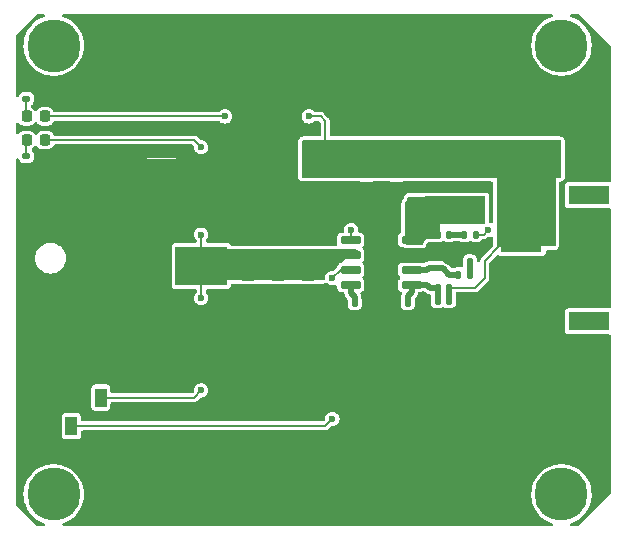
<source format=gtl>
G04 #@! TF.GenerationSoftware,KiCad,Pcbnew,(5.99.0-11105-gfb4343bc8f)*
G04 #@! TF.CreationDate,2021-06-29T16:28:08+01:00*
G04 #@! TF.ProjectId,NB3_power,4e42335f-706f-4776-9572-2e6b69636164,0.0.1*
G04 #@! TF.SameCoordinates,PX7bfa480PY7bfa480*
G04 #@! TF.FileFunction,Copper,L1,Top*
G04 #@! TF.FilePolarity,Positive*
%FSLAX46Y46*%
G04 Gerber Fmt 4.6, Leading zero omitted, Abs format (unit mm)*
G04 Created by KiCad (PCBNEW (5.99.0-11105-gfb4343bc8f)) date 2021-06-29 16:28:08*
%MOMM*%
%LPD*%
G01*
G04 APERTURE LIST*
G04 Aperture macros list*
%AMRoundRect*
0 Rectangle with rounded corners*
0 $1 Rounding radius*
0 $2 $3 $4 $5 $6 $7 $8 $9 X,Y pos of 4 corners*
0 Add a 4 corners polygon primitive as box body*
4,1,4,$2,$3,$4,$5,$6,$7,$8,$9,$2,$3,0*
0 Add four circle primitives for the rounded corners*
1,1,$1+$1,$2,$3*
1,1,$1+$1,$4,$5*
1,1,$1+$1,$6,$7*
1,1,$1+$1,$8,$9*
0 Add four rect primitives between the rounded corners*
20,1,$1+$1,$2,$3,$4,$5,0*
20,1,$1+$1,$4,$5,$6,$7,0*
20,1,$1+$1,$6,$7,$8,$9,0*
20,1,$1+$1,$8,$9,$2,$3,0*%
G04 Aperture macros list end*
G04 #@! TA.AperFunction,ComponentPad*
%ADD10C,4.500000*%
G04 #@! TD*
G04 #@! TA.AperFunction,SMDPad,CuDef*
%ADD11RoundRect,0.243750X-0.456250X0.243750X-0.456250X-0.243750X0.456250X-0.243750X0.456250X0.243750X0*%
G04 #@! TD*
G04 #@! TA.AperFunction,SMDPad,CuDef*
%ADD12RoundRect,0.147500X-0.147500X-0.172500X0.147500X-0.172500X0.147500X0.172500X-0.147500X0.172500X0*%
G04 #@! TD*
G04 #@! TA.AperFunction,SMDPad,CuDef*
%ADD13RoundRect,0.135000X0.185000X-0.135000X0.185000X0.135000X-0.185000X0.135000X-0.185000X-0.135000X0*%
G04 #@! TD*
G04 #@! TA.AperFunction,SMDPad,CuDef*
%ADD14RoundRect,0.243750X0.456250X-0.243750X0.456250X0.243750X-0.456250X0.243750X-0.456250X-0.243750X0*%
G04 #@! TD*
G04 #@! TA.AperFunction,SMDPad,CuDef*
%ADD15RoundRect,0.218750X-0.218750X-0.256250X0.218750X-0.256250X0.218750X0.256250X-0.218750X0.256250X0*%
G04 #@! TD*
G04 #@! TA.AperFunction,SMDPad,CuDef*
%ADD16RoundRect,0.250000X1.025000X-0.787500X1.025000X0.787500X-1.025000X0.787500X-1.025000X-0.787500X0*%
G04 #@! TD*
G04 #@! TA.AperFunction,SMDPad,CuDef*
%ADD17RoundRect,0.135000X-0.185000X0.135000X-0.185000X-0.135000X0.185000X-0.135000X0.185000X0.135000X0*%
G04 #@! TD*
G04 #@! TA.AperFunction,SMDPad,CuDef*
%ADD18R,4.400000X3.300000*%
G04 #@! TD*
G04 #@! TA.AperFunction,SMDPad,CuDef*
%ADD19R,6.200000X3.900000*%
G04 #@! TD*
G04 #@! TA.AperFunction,SMDPad,CuDef*
%ADD20R,1.000000X1.600000*%
G04 #@! TD*
G04 #@! TA.AperFunction,SMDPad,CuDef*
%ADD21RoundRect,0.147500X0.147500X0.172500X-0.147500X0.172500X-0.147500X-0.172500X0.147500X-0.172500X0*%
G04 #@! TD*
G04 #@! TA.AperFunction,SMDPad,CuDef*
%ADD22RoundRect,0.147500X0.172500X-0.147500X0.172500X0.147500X-0.172500X0.147500X-0.172500X-0.147500X0*%
G04 #@! TD*
G04 #@! TA.AperFunction,SMDPad,CuDef*
%ADD23R,5.100000X2.350000*%
G04 #@! TD*
G04 #@! TA.AperFunction,SMDPad,CuDef*
%ADD24R,3.505200X0.990600*%
G04 #@! TD*
G04 #@! TA.AperFunction,SMDPad,CuDef*
%ADD25R,3.505200X1.600200*%
G04 #@! TD*
G04 #@! TA.AperFunction,SMDPad,CuDef*
%ADD26RoundRect,0.150000X-0.737500X-0.150000X0.737500X-0.150000X0.737500X0.150000X-0.737500X0.150000X0*%
G04 #@! TD*
G04 #@! TA.AperFunction,ComponentPad*
%ADD27C,0.500000*%
G04 #@! TD*
G04 #@! TA.AperFunction,SMDPad,CuDef*
%ADD28R,2.950000X4.900000*%
G04 #@! TD*
G04 #@! TA.AperFunction,ViaPad*
%ADD29C,0.600000*%
G04 #@! TD*
G04 #@! TA.AperFunction,Conductor*
%ADD30C,0.150000*%
G04 #@! TD*
G04 #@! TA.AperFunction,Conductor*
%ADD31C,0.500000*%
G04 #@! TD*
G04 #@! TA.AperFunction,Conductor*
%ADD32C,4.000000*%
G04 #@! TD*
G04 APERTURE END LIST*
D10*
X3500000Y3000000D03*
D11*
X32500000Y30275000D03*
X32500000Y28400000D03*
D12*
X36015000Y25000000D03*
X36985000Y25000000D03*
D13*
X1200000Y36490000D03*
X1200000Y37510000D03*
D14*
X25000000Y23212500D03*
X25000000Y25087500D03*
D15*
X1212500Y35000000D03*
X2787500Y35000000D03*
D16*
X26500000Y31387500D03*
X26500000Y37612500D03*
D10*
X46500000Y41000000D03*
D14*
X20000000Y23212500D03*
X20000000Y25087500D03*
X30000000Y32400000D03*
X30000000Y34275000D03*
D12*
X37765000Y21600000D03*
X38735000Y21600000D03*
D17*
X1200000Y31620000D03*
X1200000Y30600000D03*
D18*
X16000000Y22350000D03*
D19*
X7050000Y29450000D03*
X7050000Y16550000D03*
D20*
X7500000Y11200000D03*
X5000000Y8800000D03*
X2500000Y11200000D03*
D21*
X38735000Y22700000D03*
X37765000Y22700000D03*
D11*
X20000000Y21587500D03*
X20000000Y19712500D03*
D10*
X46500000Y3000000D03*
D11*
X22500000Y21587500D03*
X22500000Y19712500D03*
D14*
X32500000Y32400000D03*
X32500000Y34275000D03*
D15*
X1212500Y33000000D03*
X2787500Y33000000D03*
D14*
X22500000Y23212500D03*
X22500000Y25087500D03*
D22*
X36000000Y22165000D03*
X36000000Y23135000D03*
D10*
X3500000Y41000000D03*
D12*
X38265000Y25000000D03*
X39235000Y25000000D03*
D21*
X36985000Y20500000D03*
X36015000Y20500000D03*
D11*
X30000000Y30275000D03*
X30000000Y28400000D03*
X25000000Y21587500D03*
X25000000Y19712500D03*
D21*
X36985000Y19400000D03*
X36015000Y19400000D03*
D23*
X37500000Y27075000D03*
X37500000Y31225000D03*
D12*
X29015000Y19200000D03*
X29985000Y19200000D03*
D21*
X33485000Y19200000D03*
X32515000Y19200000D03*
D24*
X43110598Y20000000D03*
X43110598Y21999998D03*
X43110598Y23999999D03*
X43110598Y25999998D03*
D25*
X48860600Y28349998D03*
X48860600Y17649999D03*
D26*
X28687500Y24555000D03*
X28687500Y23285000D03*
X28687500Y22015000D03*
X28687500Y20745000D03*
X33812500Y20745000D03*
X33812500Y22015000D03*
X33812500Y23285000D03*
X33812500Y24555000D03*
D27*
X30600000Y23300000D03*
X31900000Y23300000D03*
X31900000Y24600000D03*
X31900000Y22000000D03*
X30600000Y22000000D03*
X30600000Y20700000D03*
X31900000Y20700000D03*
X30600000Y24600000D03*
D28*
X31250000Y22650000D03*
D29*
X31250000Y19150000D03*
X20000000Y26400000D03*
X30500000Y35587500D03*
X42500000Y16000000D03*
X29500000Y37500000D03*
X31250000Y15900000D03*
X25000000Y18400000D03*
X1250000Y38500000D03*
X31750000Y26650000D03*
X20000000Y18400000D03*
X43500000Y16000000D03*
X23500000Y37500000D03*
X30000000Y15900000D03*
X32000000Y35587500D03*
X25000000Y26400000D03*
X1250000Y29500000D03*
X30500000Y26650000D03*
X22500000Y26400000D03*
X32500000Y15900000D03*
X22500000Y18400000D03*
X40300000Y25400000D03*
X28700000Y25400000D03*
X25100000Y35000000D03*
X18000000Y35000000D03*
X16000000Y11800000D03*
X16000000Y32400000D03*
X16000000Y19600000D03*
X16000000Y25000000D03*
X27100000Y9400000D03*
X27100000Y21315000D03*
D30*
X32500000Y34275000D02*
X30000000Y34275000D01*
D31*
X33812500Y23285000D02*
X35215000Y23285000D01*
D30*
X30500000Y21900000D02*
X31250000Y22650000D01*
D31*
X35365000Y23135000D02*
X36000000Y23135000D01*
D30*
X31915000Y23285000D02*
X31900000Y23300000D01*
X4350000Y16550000D02*
X2500000Y14700000D01*
D31*
X36465000Y23135000D02*
X36900000Y22700000D01*
D30*
X7050000Y16550000D02*
X4350000Y16550000D01*
D31*
X36900000Y22700000D02*
X37765000Y22700000D01*
X33812500Y23285000D02*
X31915000Y23285000D01*
D32*
X7050000Y29450000D02*
X7050000Y16550000D01*
D30*
X2500000Y14700000D02*
X2500000Y11200000D01*
D31*
X36000000Y23135000D02*
X36465000Y23135000D01*
D30*
X5900000Y30600000D02*
X7050000Y29450000D01*
D31*
X35215000Y23285000D02*
X35365000Y23135000D01*
D30*
X1200000Y30600000D02*
X5900000Y30600000D01*
D31*
X36985000Y25000000D02*
X38265000Y25000000D01*
X33485000Y19785000D02*
X33812500Y20112500D01*
X35400000Y20500000D02*
X36015000Y20500000D01*
X36015000Y20500000D02*
X36015000Y19400000D01*
X35155000Y20745000D02*
X35400000Y20500000D01*
X33485000Y19200000D02*
X33485000Y19785000D01*
X33812500Y20112500D02*
X33812500Y20745000D01*
X33812500Y20745000D02*
X35155000Y20745000D01*
D30*
X28687500Y24555000D02*
X28687500Y25387500D01*
X28687500Y25387500D02*
X28700000Y25400000D01*
X39235000Y25000000D02*
X39900000Y25000000D01*
X39900000Y25000000D02*
X40300000Y25400000D01*
D31*
X29015000Y19685000D02*
X29015000Y19200000D01*
X28687500Y20012500D02*
X29015000Y19685000D01*
X28687500Y20745000D02*
X28687500Y20012500D01*
X36435000Y22165000D02*
X37000000Y21600000D01*
X36000000Y22165000D02*
X36435000Y22165000D01*
X37000000Y21600000D02*
X37765000Y21600000D01*
X35115000Y22015000D02*
X35265000Y22165000D01*
X33812500Y22015000D02*
X35115000Y22015000D01*
X35265000Y22165000D02*
X36000000Y22165000D01*
X36985000Y20500000D02*
X36985000Y19400000D01*
D30*
X37737500Y31462500D02*
X37500000Y31225000D01*
X32500000Y30275000D02*
X32500000Y32400000D01*
X26500000Y34600000D02*
X26500000Y31387500D01*
X29862500Y32537500D02*
X30000000Y32400000D01*
X36985000Y20500000D02*
X39200000Y20500000D01*
X25100000Y35000000D02*
X26100000Y35000000D01*
X39200000Y20500000D02*
X40000000Y21300000D01*
X40000000Y22757500D02*
X41242499Y23999999D01*
X41242499Y23999999D02*
X43110598Y23999999D01*
X30000000Y30275000D02*
X30000000Y32400000D01*
X2787500Y35000000D02*
X18000000Y35000000D01*
X40000000Y21300000D02*
X40000000Y22757500D01*
X32500000Y30275000D02*
X30000000Y30275000D01*
X32500000Y32400000D02*
X30000000Y32400000D01*
X26100000Y35000000D02*
X26500000Y34600000D01*
D31*
X38735000Y22700000D02*
X38735000Y21600000D01*
D30*
X16000000Y25000000D02*
X16000000Y22350000D01*
X16000000Y19600000D02*
X16000000Y22350000D01*
X2787500Y33000000D02*
X15400000Y33000000D01*
X15400000Y33000000D02*
X16000000Y32400000D01*
X28615000Y23212500D02*
X28687500Y23285000D01*
X15400000Y11200000D02*
X16000000Y11800000D01*
X7500000Y11200000D02*
X15400000Y11200000D01*
X1200000Y32987500D02*
X1212500Y33000000D01*
X1200000Y31620000D02*
X1200000Y32987500D01*
X26500000Y8800000D02*
X27100000Y9400000D01*
X27800000Y22015000D02*
X28687500Y22015000D01*
X27100000Y21315000D02*
X27800000Y22015000D01*
X26500000Y8800000D02*
X5000000Y8800000D01*
X1200000Y35012500D02*
X1212500Y35000000D01*
X1200000Y36490000D02*
X1200000Y35012500D01*
G04 #@! TA.AperFunction,Conductor*
G36*
X46443039Y32980315D02*
G01*
X46488794Y32927511D01*
X46500000Y32876000D01*
X46500000Y29924000D01*
X46480315Y29856961D01*
X46427511Y29811206D01*
X46376000Y29800000D01*
X24624000Y29800000D01*
X24556961Y29819685D01*
X24511206Y29872489D01*
X24500000Y29924000D01*
X24500000Y32876000D01*
X24519685Y32943039D01*
X24572489Y32988794D01*
X24624000Y33000000D01*
X46376000Y33000000D01*
X46443039Y32980315D01*
G37*
G04 #@! TD.AperFunction*
G04 #@! TA.AperFunction,Conductor*
G36*
X42500000Y14800000D02*
G01*
X29700000Y14800000D01*
X29700000Y17400000D01*
X42500000Y17400000D01*
X42500000Y14800000D01*
G37*
G04 #@! TD.AperFunction*
G04 #@! TA.AperFunction,Conductor*
G36*
X36240314Y28180315D02*
G01*
X36286069Y28127511D01*
X36297246Y28073306D01*
X36250000Y25900000D01*
X36250000Y24774000D01*
X36230315Y24706961D01*
X36177511Y24661206D01*
X36126000Y24650000D01*
X35000000Y24650000D01*
X34992525Y24635050D01*
X34992524Y24635049D01*
X34784273Y24218546D01*
X34736686Y24167387D01*
X34673364Y24150000D01*
X33374000Y24150000D01*
X33306961Y24169685D01*
X33261206Y24222489D01*
X33250000Y24274000D01*
X33250000Y27700160D01*
X33269685Y27767199D01*
X33293058Y27794098D01*
X33325774Y27822288D01*
X33332467Y27828055D01*
X33409458Y27946839D01*
X33450016Y28082456D01*
X33450500Y28088969D01*
X33450500Y28089079D01*
X33451732Y28095758D01*
X33454036Y28095333D01*
X33474815Y28150582D01*
X33530863Y28192300D01*
X33573878Y28200000D01*
X36173275Y28200000D01*
X36240314Y28180315D01*
G37*
G04 #@! TD.AperFunction*
G04 #@! TA.AperFunction,Conductor*
G36*
X46000000Y24124000D02*
G01*
X45980315Y24056961D01*
X45927511Y24011206D01*
X45876000Y24000000D01*
X41124000Y24000000D01*
X41056961Y24019685D01*
X41011206Y24072489D01*
X41000000Y24124000D01*
X41000000Y33000000D01*
X46000000Y33000000D01*
X46000000Y24124000D01*
G37*
G04 #@! TD.AperFunction*
G04 #@! TA.AperFunction,Conductor*
G36*
X33500000Y36400000D02*
G01*
X23100000Y36400000D01*
X23100000Y39000000D01*
X33500000Y39000000D01*
X33500000Y36400000D01*
G37*
G04 #@! TD.AperFunction*
G04 #@! TA.AperFunction,Conductor*
G36*
X46000000Y14800000D02*
G01*
X41000000Y14800000D01*
X41000000Y22000000D01*
X46000000Y22000000D01*
X46000000Y14800000D01*
G37*
G04 #@! TD.AperFunction*
G04 #@! TA.AperFunction,Conductor*
G36*
X23500000Y26800000D02*
G01*
X18700000Y26800000D01*
X18700000Y39000000D01*
X23500000Y39000000D01*
X23500000Y26800000D01*
G37*
G04 #@! TD.AperFunction*
G04 #@! TA.AperFunction,Conductor*
G36*
X33500000Y33800000D02*
G01*
X28900000Y33800000D01*
X28900000Y36800000D01*
X33500000Y36800000D01*
X33500000Y33800000D01*
G37*
G04 #@! TD.AperFunction*
G04 #@! TA.AperFunction,Conductor*
G36*
X26300000Y24400000D02*
G01*
X18700000Y24400000D01*
X18700000Y27000000D01*
X26300000Y27000000D01*
X26300000Y24400000D01*
G37*
G04 #@! TD.AperFunction*
G04 #@! TA.AperFunction,Conductor*
G36*
X26300000Y17800000D02*
G01*
X18700000Y17800000D01*
X18700000Y20400000D01*
X26300000Y20400000D01*
X26300000Y17800000D01*
G37*
G04 #@! TD.AperFunction*
G04 #@! TA.AperFunction,Conductor*
G36*
X23500000Y27800000D02*
G01*
X4000000Y27800000D01*
X4000000Y31400000D01*
X23500000Y31500000D01*
X23500000Y27800000D01*
G37*
G04 #@! TD.AperFunction*
G04 #@! TA.AperFunction,Conductor*
G36*
X29175500Y23730038D02*
G01*
X29230038Y23675500D01*
X29250000Y23601000D01*
X29250000Y23049000D01*
X29230038Y22974500D01*
X29175500Y22919962D01*
X29101000Y22900000D01*
X28200000Y22900000D01*
X27949971Y22649971D01*
X27883176Y22611407D01*
X27866763Y22607986D01*
X27827077Y22602020D01*
X27827074Y22602019D01*
X27816065Y22600364D01*
X27755018Y22571050D01*
X27704008Y22546555D01*
X27704007Y22546554D01*
X27693971Y22541735D01*
X27594514Y22449798D01*
X27526487Y22332681D01*
X27523973Y22321836D01*
X27523970Y22321828D01*
X27517966Y22295924D01*
X27478174Y22224211D01*
X27216829Y21962866D01*
X27150034Y21924302D01*
X27111470Y21919225D01*
X27109684Y21919225D01*
X27100000Y21920500D01*
X27090315Y21919225D01*
X26952968Y21901143D01*
X26952967Y21901143D01*
X26943285Y21899868D01*
X26797250Y21839378D01*
X26671847Y21743153D01*
X26575622Y21617750D01*
X26515132Y21471715D01*
X26494500Y21315000D01*
X26495775Y21305315D01*
X26495775Y21299000D01*
X26475813Y21224500D01*
X26421275Y21169962D01*
X26346775Y21150000D01*
X17599000Y21150000D01*
X17524500Y21169962D01*
X17469962Y21224500D01*
X17450000Y21299000D01*
X17450000Y23601000D01*
X17469962Y23675500D01*
X17524500Y23730038D01*
X17599000Y23750000D01*
X29101000Y23750000D01*
X29175500Y23730038D01*
G37*
G04 #@! TD.AperFunction*
G04 #@! TA.AperFunction,Conductor*
G36*
X2684590Y43680038D02*
G01*
X2739128Y43625500D01*
X2759090Y43551000D01*
X2739128Y43476500D01*
X2684590Y43421962D01*
X2664940Y43412463D01*
X2411921Y43312286D01*
X2130695Y43157680D01*
X2126916Y43154935D01*
X2126909Y43154930D01*
X1874848Y42971797D01*
X1871063Y42969047D01*
X1637121Y42749360D01*
X1634133Y42745749D01*
X1634130Y42745745D01*
X1435542Y42505694D01*
X1435537Y42505688D01*
X1432557Y42502085D01*
X1430054Y42498141D01*
X1430049Y42498134D01*
X1280560Y42262576D01*
X1260598Y42231122D01*
X1123956Y41940742D01*
X1024786Y41635527D01*
X964651Y41320289D01*
X964358Y41315628D01*
X964357Y41315622D01*
X951408Y41109799D01*
X944500Y41000000D01*
X964651Y40679711D01*
X1024786Y40364473D01*
X1123956Y40059258D01*
X1260598Y39768878D01*
X1263108Y39764923D01*
X1430049Y39501866D01*
X1430054Y39501859D01*
X1432557Y39497915D01*
X1435537Y39494312D01*
X1435542Y39494306D01*
X1634130Y39254255D01*
X1637121Y39250640D01*
X1871063Y39030953D01*
X1874848Y39028203D01*
X2126909Y38845070D01*
X2126916Y38845065D01*
X2130695Y38842320D01*
X2411921Y38687714D01*
X2710307Y38569575D01*
X2714834Y38568413D01*
X2714836Y38568412D01*
X2800921Y38546309D01*
X3021147Y38489765D01*
X3025783Y38489179D01*
X3025790Y38489178D01*
X3334892Y38450130D01*
X3339539Y38449543D01*
X3660461Y38449543D01*
X3665108Y38450130D01*
X3974210Y38489178D01*
X3974217Y38489179D01*
X3978853Y38489765D01*
X4199079Y38546309D01*
X4285164Y38568412D01*
X4285166Y38568413D01*
X4289693Y38569575D01*
X4588079Y38687714D01*
X4869305Y38842320D01*
X4873084Y38845065D01*
X4873091Y38845070D01*
X5125152Y39028203D01*
X5128937Y39030953D01*
X5362879Y39250640D01*
X5365870Y39254255D01*
X5564458Y39494306D01*
X5564463Y39494312D01*
X5567443Y39497915D01*
X5569946Y39501859D01*
X5569951Y39501866D01*
X5736892Y39764923D01*
X5739402Y39768878D01*
X5876044Y40059258D01*
X5975214Y40364473D01*
X6035349Y40679711D01*
X6055500Y41000000D01*
X6048592Y41109799D01*
X6035643Y41315622D01*
X6035642Y41315628D01*
X6035349Y41320289D01*
X5975214Y41635527D01*
X5876044Y41940742D01*
X5739402Y42231122D01*
X5719440Y42262576D01*
X5569951Y42498134D01*
X5569946Y42498141D01*
X5567443Y42502085D01*
X5564463Y42505688D01*
X5564458Y42505694D01*
X5365870Y42745745D01*
X5365867Y42745749D01*
X5362879Y42749360D01*
X5128937Y42969047D01*
X5125152Y42971797D01*
X4873091Y43154930D01*
X4873084Y43154935D01*
X4869305Y43157680D01*
X4588079Y43312286D01*
X4335060Y43412463D01*
X4273140Y43458449D01*
X4242508Y43529233D01*
X4251373Y43605850D01*
X4297359Y43667770D01*
X4368143Y43698402D01*
X4389910Y43700000D01*
X45610090Y43700000D01*
X45684590Y43680038D01*
X45739128Y43625500D01*
X45759090Y43551000D01*
X45739128Y43476500D01*
X45684590Y43421962D01*
X45664940Y43412463D01*
X45411921Y43312286D01*
X45130695Y43157680D01*
X45126916Y43154935D01*
X45126909Y43154930D01*
X44874848Y42971797D01*
X44871063Y42969047D01*
X44637121Y42749360D01*
X44634133Y42745749D01*
X44634130Y42745745D01*
X44435542Y42505694D01*
X44435537Y42505688D01*
X44432557Y42502085D01*
X44430054Y42498141D01*
X44430049Y42498134D01*
X44280560Y42262576D01*
X44260598Y42231122D01*
X44123956Y41940742D01*
X44024786Y41635527D01*
X43964651Y41320289D01*
X43964358Y41315628D01*
X43964357Y41315622D01*
X43951408Y41109799D01*
X43944500Y41000000D01*
X43964651Y40679711D01*
X44024786Y40364473D01*
X44123956Y40059258D01*
X44260598Y39768878D01*
X44263108Y39764923D01*
X44430049Y39501866D01*
X44430054Y39501859D01*
X44432557Y39497915D01*
X44435537Y39494312D01*
X44435542Y39494306D01*
X44634130Y39254255D01*
X44637121Y39250640D01*
X44871063Y39030953D01*
X44874848Y39028203D01*
X45126909Y38845070D01*
X45126916Y38845065D01*
X45130695Y38842320D01*
X45411921Y38687714D01*
X45710307Y38569575D01*
X45714834Y38568413D01*
X45714836Y38568412D01*
X45800921Y38546309D01*
X46021147Y38489765D01*
X46025783Y38489179D01*
X46025790Y38489178D01*
X46334892Y38450130D01*
X46339539Y38449543D01*
X46660461Y38449543D01*
X46665108Y38450130D01*
X46974210Y38489178D01*
X46974217Y38489179D01*
X46978853Y38489765D01*
X47199079Y38546309D01*
X47285164Y38568412D01*
X47285166Y38568413D01*
X47289693Y38569575D01*
X47588079Y38687714D01*
X47869305Y38842320D01*
X47873084Y38845065D01*
X47873091Y38845070D01*
X48125152Y39028203D01*
X48128937Y39030953D01*
X48362879Y39250640D01*
X48365870Y39254255D01*
X48564458Y39494306D01*
X48564463Y39494312D01*
X48567443Y39497915D01*
X48569946Y39501859D01*
X48569951Y39501866D01*
X48736892Y39764923D01*
X48739402Y39768878D01*
X48876044Y40059258D01*
X48975214Y40364473D01*
X49035349Y40679711D01*
X49055500Y41000000D01*
X49048592Y41109799D01*
X49035643Y41315622D01*
X49035642Y41315628D01*
X49035349Y41320289D01*
X48975214Y41635527D01*
X48876044Y41940742D01*
X48739402Y42231122D01*
X48719440Y42262576D01*
X48569951Y42498134D01*
X48569946Y42498141D01*
X48567443Y42502085D01*
X48564463Y42505688D01*
X48564458Y42505694D01*
X48365870Y42745745D01*
X48365867Y42745749D01*
X48362879Y42749360D01*
X48128937Y42969047D01*
X48125152Y42971797D01*
X47873091Y43154930D01*
X47873084Y43154935D01*
X47869305Y43157680D01*
X47588079Y43312286D01*
X47335060Y43412463D01*
X47273140Y43458449D01*
X47242508Y43529233D01*
X47251373Y43605850D01*
X47297359Y43667770D01*
X47368143Y43698402D01*
X47389910Y43700000D01*
X47814018Y43700000D01*
X47888518Y43680038D01*
X47919377Y43656359D01*
X50656359Y40919377D01*
X50694923Y40852582D01*
X50700000Y40814018D01*
X50700000Y29604598D01*
X50680038Y29530098D01*
X50625500Y29475560D01*
X50551000Y29455598D01*
X47108000Y29455598D01*
X47106294Y29455519D01*
X47106288Y29455519D01*
X47088450Y29454694D01*
X47079812Y29454295D01*
X47071526Y29451937D01*
X47071524Y29451937D01*
X47036743Y29442041D01*
X46971827Y29423570D01*
X46882233Y29355912D01*
X46823130Y29260457D01*
X46802500Y29150098D01*
X46802500Y27549898D01*
X46803803Y27521710D01*
X46834528Y27413725D01*
X46902186Y27324131D01*
X46913926Y27316862D01*
X46913927Y27316861D01*
X46985899Y27272298D01*
X46985900Y27272297D01*
X46997641Y27265028D01*
X47108000Y27244398D01*
X50551000Y27244398D01*
X50625500Y27224436D01*
X50680038Y27169898D01*
X50700000Y27095398D01*
X50700000Y18904599D01*
X50680038Y18830099D01*
X50625500Y18775561D01*
X50551000Y18755599D01*
X47108000Y18755599D01*
X47106294Y18755520D01*
X47106288Y18755520D01*
X47088450Y18754695D01*
X47079812Y18754296D01*
X47071526Y18751938D01*
X47071524Y18751938D01*
X47044557Y18744265D01*
X46971827Y18723571D01*
X46882233Y18655913D01*
X46874964Y18644173D01*
X46874963Y18644172D01*
X46835432Y18580326D01*
X46823130Y18560458D01*
X46802500Y18450099D01*
X46802500Y16849899D01*
X46803803Y16821711D01*
X46834528Y16713726D01*
X46902186Y16624132D01*
X46913926Y16616863D01*
X46913927Y16616862D01*
X46985899Y16572299D01*
X46985900Y16572298D01*
X46997641Y16565029D01*
X47108000Y16544399D01*
X50551000Y16544399D01*
X50625500Y16524437D01*
X50680038Y16469899D01*
X50700000Y16395399D01*
X50700000Y3185982D01*
X50680038Y3111482D01*
X50656359Y3080623D01*
X47919377Y343641D01*
X47852582Y305077D01*
X47814018Y300000D01*
X47389910Y300000D01*
X47315410Y319962D01*
X47260872Y374500D01*
X47240910Y449000D01*
X47260872Y523500D01*
X47315410Y578038D01*
X47335060Y587537D01*
X47583730Y685992D01*
X47583732Y685993D01*
X47588079Y687714D01*
X47869305Y842320D01*
X47873084Y845065D01*
X47873091Y845070D01*
X48125152Y1028203D01*
X48128937Y1030953D01*
X48362879Y1250640D01*
X48365870Y1254255D01*
X48564458Y1494306D01*
X48564463Y1494312D01*
X48567443Y1497915D01*
X48569946Y1501859D01*
X48569951Y1501866D01*
X48736892Y1764923D01*
X48739402Y1768878D01*
X48876044Y2059258D01*
X48975214Y2364473D01*
X49035349Y2679711D01*
X49042220Y2788911D01*
X49055206Y2995327D01*
X49055500Y3000000D01*
X49035349Y3320289D01*
X48975214Y3635527D01*
X48876044Y3940742D01*
X48739402Y4231122D01*
X48719440Y4262576D01*
X48569951Y4498134D01*
X48569946Y4498141D01*
X48567443Y4502085D01*
X48564463Y4505688D01*
X48564458Y4505694D01*
X48365870Y4745745D01*
X48365867Y4745749D01*
X48362879Y4749360D01*
X48128937Y4969047D01*
X48125152Y4971797D01*
X47873091Y5154930D01*
X47873084Y5154935D01*
X47869305Y5157680D01*
X47588079Y5312286D01*
X47289693Y5430425D01*
X47285166Y5431587D01*
X47285164Y5431588D01*
X47199079Y5453691D01*
X46978853Y5510235D01*
X46974217Y5510821D01*
X46974210Y5510822D01*
X46665108Y5549870D01*
X46665107Y5549870D01*
X46660461Y5550457D01*
X46339539Y5550457D01*
X46334893Y5549870D01*
X46334892Y5549870D01*
X46025790Y5510822D01*
X46025783Y5510821D01*
X46021147Y5510235D01*
X45800921Y5453691D01*
X45714836Y5431588D01*
X45714834Y5431587D01*
X45710307Y5430425D01*
X45411921Y5312286D01*
X45130695Y5157680D01*
X45126916Y5154935D01*
X45126909Y5154930D01*
X44874848Y4971797D01*
X44871063Y4969047D01*
X44637121Y4749360D01*
X44634133Y4745749D01*
X44634130Y4745745D01*
X44435542Y4505694D01*
X44435537Y4505688D01*
X44432557Y4502085D01*
X44430054Y4498141D01*
X44430049Y4498134D01*
X44280560Y4262576D01*
X44260598Y4231122D01*
X44123956Y3940742D01*
X44024786Y3635527D01*
X43964651Y3320289D01*
X43944500Y3000000D01*
X43944794Y2995327D01*
X43957781Y2788911D01*
X43964651Y2679711D01*
X44024786Y2364473D01*
X44123956Y2059258D01*
X44260598Y1768878D01*
X44263108Y1764923D01*
X44430049Y1501866D01*
X44430054Y1501859D01*
X44432557Y1497915D01*
X44435537Y1494312D01*
X44435542Y1494306D01*
X44634130Y1254255D01*
X44637121Y1250640D01*
X44871063Y1030953D01*
X44874848Y1028203D01*
X45126909Y845070D01*
X45126916Y845065D01*
X45130695Y842320D01*
X45411921Y687714D01*
X45416268Y685993D01*
X45416270Y685992D01*
X45664940Y587537D01*
X45726860Y541551D01*
X45757492Y470767D01*
X45748627Y394150D01*
X45702641Y332230D01*
X45631857Y301598D01*
X45610090Y300000D01*
X4389910Y300000D01*
X4315410Y319962D01*
X4260872Y374500D01*
X4240910Y449000D01*
X4260872Y523500D01*
X4315410Y578038D01*
X4335060Y587537D01*
X4583730Y685992D01*
X4583732Y685993D01*
X4588079Y687714D01*
X4869305Y842320D01*
X4873084Y845065D01*
X4873091Y845070D01*
X5125152Y1028203D01*
X5128937Y1030953D01*
X5362879Y1250640D01*
X5365870Y1254255D01*
X5564458Y1494306D01*
X5564463Y1494312D01*
X5567443Y1497915D01*
X5569946Y1501859D01*
X5569951Y1501866D01*
X5736892Y1764923D01*
X5739402Y1768878D01*
X5876044Y2059258D01*
X5975214Y2364473D01*
X6035349Y2679711D01*
X6042220Y2788911D01*
X6055206Y2995327D01*
X6055500Y3000000D01*
X6035349Y3320289D01*
X5975214Y3635527D01*
X5876044Y3940742D01*
X5739402Y4231122D01*
X5719440Y4262576D01*
X5569951Y4498134D01*
X5569946Y4498141D01*
X5567443Y4502085D01*
X5564463Y4505688D01*
X5564458Y4505694D01*
X5365870Y4745745D01*
X5365867Y4745749D01*
X5362879Y4749360D01*
X5128937Y4969047D01*
X5125152Y4971797D01*
X4873091Y5154930D01*
X4873084Y5154935D01*
X4869305Y5157680D01*
X4588079Y5312286D01*
X4289693Y5430425D01*
X4285166Y5431587D01*
X4285164Y5431588D01*
X4199079Y5453691D01*
X3978853Y5510235D01*
X3974217Y5510821D01*
X3974210Y5510822D01*
X3665108Y5549870D01*
X3665107Y5549870D01*
X3660461Y5550457D01*
X3339539Y5550457D01*
X3334893Y5549870D01*
X3334892Y5549870D01*
X3025790Y5510822D01*
X3025783Y5510821D01*
X3021147Y5510235D01*
X2800921Y5453691D01*
X2714836Y5431588D01*
X2714834Y5431587D01*
X2710307Y5430425D01*
X2411921Y5312286D01*
X2130695Y5157680D01*
X2126916Y5154935D01*
X2126909Y5154930D01*
X1874848Y4971797D01*
X1871063Y4969047D01*
X1637121Y4749360D01*
X1634133Y4745749D01*
X1634130Y4745745D01*
X1435542Y4505694D01*
X1435537Y4505688D01*
X1432557Y4502085D01*
X1430054Y4498141D01*
X1430049Y4498134D01*
X1280560Y4262576D01*
X1260598Y4231122D01*
X1123956Y3940742D01*
X1024786Y3635527D01*
X964651Y3320289D01*
X944500Y3000000D01*
X944794Y2995327D01*
X957781Y2788911D01*
X964651Y2679711D01*
X1024786Y2364473D01*
X1123956Y2059258D01*
X1260598Y1768878D01*
X1263108Y1764923D01*
X1430049Y1501866D01*
X1430054Y1501859D01*
X1432557Y1497915D01*
X1435537Y1494312D01*
X1435542Y1494306D01*
X1634130Y1254255D01*
X1637121Y1250640D01*
X1871063Y1030953D01*
X1874848Y1028203D01*
X2126909Y845070D01*
X2126916Y845065D01*
X2130695Y842320D01*
X2411921Y687714D01*
X2416268Y685993D01*
X2416270Y685992D01*
X2664940Y587537D01*
X2726860Y541551D01*
X2757492Y470767D01*
X2748627Y394150D01*
X2702641Y332230D01*
X2631857Y301598D01*
X2610090Y300000D01*
X2185982Y300000D01*
X2111482Y319962D01*
X2080623Y343641D01*
X343641Y2080623D01*
X305077Y2147418D01*
X300000Y2185982D01*
X300000Y9600000D01*
X4194500Y9600000D01*
X4194500Y8000000D01*
X4195803Y7971812D01*
X4226528Y7863827D01*
X4294186Y7774233D01*
X4305926Y7766964D01*
X4305927Y7766963D01*
X4377899Y7722400D01*
X4377900Y7722399D01*
X4389641Y7715130D01*
X4500000Y7694500D01*
X5500000Y7694500D01*
X5501706Y7694579D01*
X5501712Y7694579D01*
X5519578Y7695405D01*
X5528188Y7695803D01*
X5536474Y7698161D01*
X5536476Y7698161D01*
X5571257Y7708057D01*
X5636173Y7726528D01*
X5725767Y7794186D01*
X5784870Y7889641D01*
X5805500Y8000000D01*
X5805500Y8275500D01*
X5825462Y8350000D01*
X5880000Y8404538D01*
X5954500Y8424500D01*
X26444956Y8424500D01*
X26458496Y8423059D01*
X26470032Y8422515D01*
X26482076Y8419922D01*
X26494310Y8421370D01*
X26512027Y8423467D01*
X26517781Y8423806D01*
X26517765Y8423994D01*
X26523885Y8424500D01*
X26530039Y8424500D01*
X26549458Y8427732D01*
X26556370Y8428715D01*
X26568624Y8430166D01*
X26593926Y8433160D01*
X26593928Y8433161D01*
X26606157Y8434608D01*
X26614322Y8438529D01*
X26623251Y8440015D01*
X26667361Y8463815D01*
X26673604Y8466996D01*
X26718789Y8488694D01*
X26724698Y8493661D01*
X26726973Y8495936D01*
X26727090Y8496043D01*
X26733211Y8499346D01*
X26765794Y8534594D01*
X26769849Y8538812D01*
X26983171Y8752134D01*
X27049966Y8790698D01*
X27088530Y8795775D01*
X27090316Y8795775D01*
X27100000Y8794500D01*
X27109685Y8795775D01*
X27247032Y8813857D01*
X27247033Y8813857D01*
X27256715Y8815132D01*
X27402750Y8875622D01*
X27528153Y8971847D01*
X27624378Y9097250D01*
X27684868Y9243285D01*
X27705500Y9400000D01*
X27684868Y9556715D01*
X27624378Y9702750D01*
X27528153Y9828153D01*
X27402750Y9924378D01*
X27256715Y9984868D01*
X27247033Y9986143D01*
X27247032Y9986143D01*
X27109685Y10004225D01*
X27100000Y10005500D01*
X27090315Y10004225D01*
X26952968Y9986143D01*
X26952967Y9986143D01*
X26943285Y9984868D01*
X26797250Y9924378D01*
X26671847Y9828153D01*
X26575622Y9702750D01*
X26515132Y9556715D01*
X26494500Y9400000D01*
X26495775Y9390316D01*
X26495775Y9388530D01*
X26475813Y9314030D01*
X26452134Y9283171D01*
X26388104Y9219141D01*
X26321309Y9180577D01*
X26282745Y9175500D01*
X5954500Y9175500D01*
X5880000Y9195462D01*
X5825462Y9250000D01*
X5805500Y9324500D01*
X5805500Y9600000D01*
X5804197Y9628188D01*
X5773472Y9736173D01*
X5705814Y9825767D01*
X5694073Y9833037D01*
X5622101Y9877600D01*
X5622100Y9877601D01*
X5610359Y9884870D01*
X5500000Y9905500D01*
X4500000Y9905500D01*
X4498294Y9905421D01*
X4498288Y9905421D01*
X4480450Y9904596D01*
X4471812Y9904197D01*
X4463526Y9901839D01*
X4463524Y9901839D01*
X4428743Y9891943D01*
X4363827Y9873472D01*
X4352810Y9865153D01*
X4352809Y9865152D01*
X4310282Y9833037D01*
X4274233Y9805814D01*
X4215130Y9710359D01*
X4194500Y9600000D01*
X300000Y9600000D01*
X300000Y12000000D01*
X6694500Y12000000D01*
X6694500Y10400000D01*
X6695803Y10371812D01*
X6726528Y10263827D01*
X6794186Y10174233D01*
X6805926Y10166964D01*
X6805927Y10166963D01*
X6877899Y10122400D01*
X6877900Y10122399D01*
X6889641Y10115130D01*
X7000000Y10094500D01*
X8000000Y10094500D01*
X8001706Y10094579D01*
X8001712Y10094579D01*
X8019578Y10095405D01*
X8028188Y10095803D01*
X8036474Y10098161D01*
X8036476Y10098161D01*
X8071257Y10108057D01*
X8136173Y10126528D01*
X8225767Y10194186D01*
X8284870Y10289641D01*
X8305500Y10400000D01*
X8305500Y10675500D01*
X8325462Y10750000D01*
X8380000Y10804538D01*
X8454500Y10824500D01*
X15344956Y10824500D01*
X15358496Y10823059D01*
X15370032Y10822515D01*
X15382076Y10819922D01*
X15394310Y10821370D01*
X15412027Y10823467D01*
X15417781Y10823806D01*
X15417765Y10823994D01*
X15423885Y10824500D01*
X15430039Y10824500D01*
X15449458Y10827732D01*
X15456370Y10828715D01*
X15468624Y10830166D01*
X15493926Y10833160D01*
X15493928Y10833161D01*
X15506157Y10834608D01*
X15514322Y10838529D01*
X15523251Y10840015D01*
X15567361Y10863815D01*
X15573604Y10866996D01*
X15618789Y10888694D01*
X15624698Y10893661D01*
X15626973Y10895936D01*
X15627090Y10896043D01*
X15633211Y10899346D01*
X15665794Y10934594D01*
X15669849Y10938812D01*
X15883171Y11152134D01*
X15949966Y11190698D01*
X15988530Y11195775D01*
X15990316Y11195775D01*
X16000000Y11194500D01*
X16009685Y11195775D01*
X16147032Y11213857D01*
X16147033Y11213857D01*
X16156715Y11215132D01*
X16302750Y11275622D01*
X16428153Y11371847D01*
X16524378Y11497250D01*
X16584868Y11643285D01*
X16605500Y11800000D01*
X16584868Y11956715D01*
X16524378Y12102750D01*
X16428153Y12228153D01*
X16302750Y12324378D01*
X16156715Y12384868D01*
X16147033Y12386143D01*
X16147032Y12386143D01*
X16009685Y12404225D01*
X16000000Y12405500D01*
X15990315Y12404225D01*
X15852968Y12386143D01*
X15852967Y12386143D01*
X15843285Y12384868D01*
X15697250Y12324378D01*
X15571847Y12228153D01*
X15475622Y12102750D01*
X15415132Y11956715D01*
X15394500Y11800000D01*
X15395775Y11790316D01*
X15395775Y11788530D01*
X15375813Y11714030D01*
X15352134Y11683171D01*
X15288104Y11619141D01*
X15221309Y11580577D01*
X15182745Y11575500D01*
X8454500Y11575500D01*
X8380000Y11595462D01*
X8325462Y11650000D01*
X8305500Y11724500D01*
X8305500Y12000000D01*
X8304197Y12028188D01*
X8273472Y12136173D01*
X8205814Y12225767D01*
X8194073Y12233037D01*
X8122101Y12277600D01*
X8122100Y12277601D01*
X8110359Y12284870D01*
X8000000Y12305500D01*
X7000000Y12305500D01*
X6998294Y12305421D01*
X6998288Y12305421D01*
X6980450Y12304596D01*
X6971812Y12304197D01*
X6963526Y12301839D01*
X6963524Y12301839D01*
X6928743Y12291943D01*
X6863827Y12273472D01*
X6852810Y12265153D01*
X6852809Y12265152D01*
X6810282Y12233037D01*
X6774233Y12205814D01*
X6715130Y12110359D01*
X6694500Y12000000D01*
X300000Y12000000D01*
X300000Y23000000D01*
X1944500Y23000000D01*
X1945067Y22993519D01*
X1959218Y22831771D01*
X1964333Y22773302D01*
X1966015Y22767026D01*
X1966015Y22767024D01*
X2007130Y22613582D01*
X2023231Y22553493D01*
X2119404Y22347250D01*
X2123135Y22341922D01*
X2123137Y22341918D01*
X2158879Y22290874D01*
X2249929Y22160841D01*
X2410841Y21999929D01*
X2416167Y21996200D01*
X2591918Y21873137D01*
X2591922Y21873135D01*
X2597250Y21869404D01*
X2803493Y21773231D01*
X2809774Y21771548D01*
X3017024Y21716015D01*
X3017026Y21716015D01*
X3023302Y21714333D01*
X3029773Y21713767D01*
X3029778Y21713766D01*
X3243519Y21695067D01*
X3250000Y21694500D01*
X3256481Y21695067D01*
X3470222Y21713766D01*
X3470227Y21713767D01*
X3476698Y21714333D01*
X3482974Y21716015D01*
X3482976Y21716015D01*
X3690226Y21771548D01*
X3696507Y21773231D01*
X3902750Y21869404D01*
X3908078Y21873135D01*
X3908082Y21873137D01*
X4083833Y21996200D01*
X4089159Y21999929D01*
X4250071Y22160841D01*
X4341121Y22290874D01*
X4376863Y22341918D01*
X4376865Y22341922D01*
X4380596Y22347250D01*
X4476769Y22553493D01*
X4492870Y22613582D01*
X4533985Y22767024D01*
X4533985Y22767026D01*
X4535667Y22773302D01*
X4540783Y22831771D01*
X4554933Y22993519D01*
X4555500Y23000000D01*
X4545257Y23117086D01*
X4536234Y23220222D01*
X4536233Y23220227D01*
X4535667Y23226698D01*
X4528102Y23254933D01*
X4478452Y23440226D01*
X4476769Y23446507D01*
X4380596Y23652750D01*
X4376865Y23658078D01*
X4376863Y23658082D01*
X4290791Y23781005D01*
X4250071Y23839159D01*
X4089159Y24000071D01*
X3996879Y24064686D01*
X3908082Y24126863D01*
X3908078Y24126865D01*
X3902750Y24130596D01*
X3696507Y24226769D01*
X3608398Y24250378D01*
X3482976Y24283985D01*
X3482974Y24283985D01*
X3476698Y24285667D01*
X3470227Y24286233D01*
X3470222Y24286234D01*
X3256481Y24304933D01*
X3250000Y24305500D01*
X3243519Y24304933D01*
X3029778Y24286234D01*
X3029773Y24286233D01*
X3023302Y24285667D01*
X3017026Y24283985D01*
X3017024Y24283985D01*
X2891602Y24250378D01*
X2803493Y24226769D01*
X2597250Y24130596D01*
X2591922Y24126865D01*
X2591918Y24126863D01*
X2503121Y24064686D01*
X2410841Y24000071D01*
X2249929Y23839159D01*
X2209209Y23781005D01*
X2123137Y23658082D01*
X2123135Y23658078D01*
X2119404Y23652750D01*
X2023231Y23446507D01*
X2021548Y23440226D01*
X1971899Y23254933D01*
X1964333Y23226698D01*
X1963767Y23220227D01*
X1963766Y23220222D01*
X1954743Y23117086D01*
X1944500Y23000000D01*
X300000Y23000000D01*
X300000Y31325616D01*
X319962Y31400116D01*
X374500Y31454654D01*
X449000Y31474616D01*
X523500Y31454654D01*
X578038Y31400116D01*
X591414Y31369427D01*
X592316Y31366494D01*
X593973Y31355475D01*
X650671Y31237402D01*
X739581Y31141220D01*
X852841Y31075433D01*
X863691Y31072918D01*
X863694Y31072917D01*
X925626Y31058563D01*
X964726Y31049500D01*
X1418258Y31049500D01*
X1423750Y31050326D01*
X1423754Y31050326D01*
X1503513Y31062317D01*
X1503516Y31062318D01*
X1514525Y31063973D01*
X1573562Y31092322D01*
X1622561Y31115851D01*
X1622562Y31115852D01*
X1632598Y31120671D01*
X1728780Y31209581D01*
X1794567Y31322841D01*
X1799804Y31345432D01*
X1812451Y31400000D01*
X4000000Y31400000D01*
X4000000Y27800000D01*
X18700000Y27800000D01*
X18700000Y24400000D01*
X26300000Y24400000D01*
X26300000Y26800000D01*
X29700000Y26800000D01*
X29700000Y25066177D01*
X29592681Y25128513D01*
X29476252Y25155500D01*
X29443213Y25155500D01*
X29368713Y25175462D01*
X29314175Y25230000D01*
X29294213Y25304500D01*
X29295488Y25323948D01*
X29304225Y25390315D01*
X29305500Y25400000D01*
X29284868Y25556715D01*
X29273207Y25584868D01*
X29228116Y25693726D01*
X29228116Y25693727D01*
X29224378Y25702750D01*
X29128153Y25828153D01*
X29002750Y25924378D01*
X28921363Y25958090D01*
X28865737Y25981131D01*
X28856715Y25984868D01*
X28847033Y25986143D01*
X28847032Y25986143D01*
X28709685Y26004225D01*
X28700000Y26005500D01*
X28690315Y26004225D01*
X28552968Y25986143D01*
X28552967Y25986143D01*
X28543285Y25984868D01*
X28534263Y25981131D01*
X28478638Y25958090D01*
X28397250Y25924378D01*
X28271847Y25828153D01*
X28175622Y25702750D01*
X28171884Y25693727D01*
X28171884Y25693726D01*
X28126793Y25584868D01*
X28115132Y25556715D01*
X28094500Y25400000D01*
X28095775Y25390315D01*
X28104512Y25323948D01*
X28094445Y25247479D01*
X28047492Y25186290D01*
X27976235Y25156775D01*
X27956787Y25155500D01*
X27916742Y25155500D01*
X27911250Y25154674D01*
X27911246Y25154674D01*
X27827077Y25142020D01*
X27827074Y25142019D01*
X27816065Y25140364D01*
X27779736Y25122919D01*
X27704008Y25086555D01*
X27704007Y25086554D01*
X27693971Y25081735D01*
X27670984Y25060486D01*
X27616028Y25009685D01*
X27594514Y24989798D01*
X27526487Y24872681D01*
X27499500Y24756252D01*
X27499500Y24371742D01*
X27500326Y24366250D01*
X27500326Y24366246D01*
X27512694Y24283985D01*
X27514636Y24271065D01*
X27519455Y24261029D01*
X27522732Y24250378D01*
X27520845Y24249797D01*
X27532524Y24187705D01*
X27506972Y24114932D01*
X27448456Y24064686D01*
X27383953Y24050000D01*
X18605804Y24050000D01*
X18531304Y24069962D01*
X18476804Y24124462D01*
X18473472Y24136173D01*
X18405814Y24225767D01*
X18369637Y24248167D01*
X18322101Y24277600D01*
X18322100Y24277601D01*
X18310359Y24284870D01*
X18200000Y24305500D01*
X16524500Y24305500D01*
X16450000Y24325462D01*
X16395462Y24380000D01*
X16375500Y24454500D01*
X16375500Y24459279D01*
X16395462Y24533779D01*
X16419141Y24564638D01*
X16420404Y24565901D01*
X16428153Y24571847D01*
X16524378Y24697250D01*
X16539847Y24734594D01*
X16581131Y24834263D01*
X16584868Y24843285D01*
X16598950Y24950244D01*
X16604225Y24990315D01*
X16605500Y25000000D01*
X16604225Y25009685D01*
X16586143Y25147032D01*
X16586143Y25147033D01*
X16584868Y25156715D01*
X16524378Y25302750D01*
X16428153Y25428153D01*
X16302750Y25524378D01*
X16247731Y25547168D01*
X16165737Y25581131D01*
X16156715Y25584868D01*
X16147033Y25586143D01*
X16147032Y25586143D01*
X16009685Y25604225D01*
X16000000Y25605500D01*
X15990315Y25604225D01*
X15852968Y25586143D01*
X15852967Y25586143D01*
X15843285Y25584868D01*
X15834263Y25581131D01*
X15752270Y25547168D01*
X15697250Y25524378D01*
X15571847Y25428153D01*
X15475622Y25302750D01*
X15415132Y25156715D01*
X15413857Y25147033D01*
X15413857Y25147032D01*
X15395775Y25009685D01*
X15394500Y25000000D01*
X15395775Y24990315D01*
X15401051Y24950244D01*
X15415132Y24843285D01*
X15418869Y24834263D01*
X15460154Y24734594D01*
X15475622Y24697250D01*
X15571847Y24571847D01*
X15579596Y24565901D01*
X15580859Y24564638D01*
X15619423Y24497843D01*
X15624500Y24459279D01*
X15624500Y24454500D01*
X15604538Y24380000D01*
X15550000Y24325462D01*
X15475500Y24305500D01*
X13800000Y24305500D01*
X13798294Y24305421D01*
X13798288Y24305421D01*
X13780450Y24304596D01*
X13771812Y24304197D01*
X13763526Y24301839D01*
X13763524Y24301839D01*
X13728743Y24291943D01*
X13663827Y24273472D01*
X13652810Y24265153D01*
X13652809Y24265152D01*
X13610282Y24233037D01*
X13574233Y24205814D01*
X13566964Y24194074D01*
X13566963Y24194073D01*
X13523886Y24124500D01*
X13515130Y24110359D01*
X13494500Y24000000D01*
X13494500Y20700000D01*
X13495803Y20671812D01*
X13526528Y20563827D01*
X13534847Y20552810D01*
X13534848Y20552809D01*
X13541691Y20543748D01*
X13594186Y20474233D01*
X13605926Y20466964D01*
X13605927Y20466963D01*
X13677899Y20422400D01*
X13677900Y20422399D01*
X13689641Y20415130D01*
X13800000Y20394500D01*
X15475500Y20394500D01*
X15550000Y20374538D01*
X15604538Y20320000D01*
X15624500Y20245500D01*
X15624500Y20140721D01*
X15604538Y20066221D01*
X15580859Y20035362D01*
X15579596Y20034099D01*
X15571847Y20028153D01*
X15475622Y19902750D01*
X15471884Y19893727D01*
X15471884Y19893726D01*
X15451165Y19843707D01*
X15415132Y19756715D01*
X15413857Y19747033D01*
X15413857Y19747032D01*
X15406699Y19692661D01*
X15394500Y19600000D01*
X15395775Y19590315D01*
X15402723Y19537544D01*
X15415132Y19443285D01*
X15475622Y19297250D01*
X15571847Y19171847D01*
X15697250Y19075622D01*
X15843285Y19015132D01*
X15852967Y19013857D01*
X15852968Y19013857D01*
X15990315Y18995775D01*
X16000000Y18994500D01*
X16009685Y18995775D01*
X16147032Y19013857D01*
X16147033Y19013857D01*
X16156715Y19015132D01*
X16302750Y19075622D01*
X16428153Y19171847D01*
X16524378Y19297250D01*
X16584868Y19443285D01*
X16597278Y19537544D01*
X16604225Y19590315D01*
X16605500Y19600000D01*
X16593301Y19692661D01*
X16586143Y19747032D01*
X16586143Y19747033D01*
X16584868Y19756715D01*
X16548835Y19843707D01*
X16528116Y19893726D01*
X16528116Y19893727D01*
X16524378Y19902750D01*
X16428153Y20028153D01*
X16420404Y20034099D01*
X16419141Y20035362D01*
X16380577Y20102157D01*
X16375500Y20140721D01*
X16375500Y20245500D01*
X16395462Y20320000D01*
X16450000Y20374538D01*
X16524500Y20394500D01*
X18200000Y20394500D01*
X18201706Y20394579D01*
X18201712Y20394579D01*
X18219578Y20395405D01*
X18228188Y20395803D01*
X18236474Y20398161D01*
X18236476Y20398161D01*
X18271257Y20408057D01*
X18336173Y20426528D01*
X18368617Y20451028D01*
X18414748Y20485865D01*
X18425767Y20494186D01*
X18451332Y20535475D01*
X18477600Y20577899D01*
X18477601Y20577900D01*
X18484870Y20589641D01*
X18505500Y20700000D01*
X18505500Y20706884D01*
X18506136Y20713748D01*
X18508848Y20713497D01*
X18525462Y20775500D01*
X18580000Y20830038D01*
X18654500Y20850000D01*
X19282732Y20850000D01*
X19333202Y20841191D01*
X19429555Y20806502D01*
X19438483Y20805564D01*
X19438486Y20805563D01*
X19472029Y20802038D01*
X19496177Y20799500D01*
X20492751Y20799500D01*
X20566074Y20809544D01*
X20593889Y20813354D01*
X20593891Y20813355D01*
X20603954Y20814733D01*
X20657133Y20837746D01*
X20716306Y20850000D01*
X21782732Y20850000D01*
X21833202Y20841191D01*
X21929555Y20806502D01*
X21938483Y20805564D01*
X21938486Y20805563D01*
X21972029Y20802038D01*
X21996177Y20799500D01*
X22992751Y20799500D01*
X23066074Y20809544D01*
X23093889Y20813354D01*
X23093891Y20813355D01*
X23103954Y20814733D01*
X23157133Y20837746D01*
X23216306Y20850000D01*
X24282732Y20850000D01*
X24333202Y20841191D01*
X24429555Y20806502D01*
X24438483Y20805564D01*
X24438486Y20805563D01*
X24472029Y20802038D01*
X24496177Y20799500D01*
X25492751Y20799500D01*
X25566074Y20809544D01*
X25593889Y20813354D01*
X25593891Y20813355D01*
X25603954Y20814733D01*
X25657133Y20837746D01*
X25716306Y20850000D01*
X26346775Y20850000D01*
X26351610Y20850637D01*
X26351617Y20850637D01*
X26419576Y20859584D01*
X26419580Y20859585D01*
X26424420Y20860222D01*
X26498920Y20880184D01*
X26542451Y20895524D01*
X26543319Y20893061D01*
X26604175Y20905901D01*
X26677492Y20881958D01*
X26686860Y20875327D01*
X26797250Y20790622D01*
X26806273Y20786884D01*
X26806274Y20786884D01*
X26934261Y20733870D01*
X26943285Y20730132D01*
X26952967Y20728857D01*
X26952968Y20728857D01*
X27090315Y20710775D01*
X27100000Y20709500D01*
X27109685Y20710775D01*
X27247032Y20728857D01*
X27247033Y20728857D01*
X27256715Y20730132D01*
X27265738Y20733869D01*
X27265740Y20733870D01*
X27293479Y20745360D01*
X27369947Y20755428D01*
X27441204Y20725914D01*
X27488157Y20664724D01*
X27499500Y20607703D01*
X27499500Y20561742D01*
X27500326Y20556250D01*
X27500326Y20556246D01*
X27511000Y20485252D01*
X27514636Y20461065D01*
X27573265Y20338971D01*
X27665202Y20239514D01*
X27782319Y20171487D01*
X27898748Y20144500D01*
X27986813Y20144500D01*
X28061313Y20124538D01*
X28115851Y20070000D01*
X28135682Y19989261D01*
X28134465Y19960223D01*
X28144152Y19918922D01*
X28146705Y19905150D01*
X28152463Y19863115D01*
X28156497Y19853794D01*
X28156497Y19853793D01*
X28157614Y19851212D01*
X28165932Y19826060D01*
X28166339Y19824327D01*
X28168896Y19813426D01*
X28173786Y19804531D01*
X28173788Y19804526D01*
X28189329Y19776258D01*
X28195505Y19763651D01*
X28208310Y19734059D01*
X28208312Y19734056D01*
X28212345Y19724736D01*
X28220512Y19714651D01*
X28235287Y19692663D01*
X28241535Y19681297D01*
X28250092Y19671384D01*
X28273256Y19648220D01*
X28283692Y19636630D01*
X28289471Y19629494D01*
X28307234Y19607558D01*
X28315514Y19601674D01*
X28320136Y19598389D01*
X28339182Y19582294D01*
X28377570Y19543906D01*
X28416134Y19477111D01*
X28419953Y19425547D01*
X28419500Y19423591D01*
X28419500Y18994243D01*
X28434526Y18894300D01*
X28492832Y18772876D01*
X28584265Y18673965D01*
X28593893Y18668373D01*
X28593895Y18668371D01*
X28620648Y18652832D01*
X28700740Y18606311D01*
X28816409Y18579500D01*
X29195757Y18579500D01*
X29295700Y18594526D01*
X29417124Y18652832D01*
X29493649Y18723571D01*
X29507858Y18736706D01*
X29507859Y18736707D01*
X29516035Y18744265D01*
X29521862Y18754296D01*
X29565891Y18830099D01*
X29583689Y18860740D01*
X29610500Y18976409D01*
X29610500Y19405757D01*
X29595474Y19505700D01*
X29580183Y19537544D01*
X29565500Y19602041D01*
X29565500Y19673688D01*
X29565631Y19679928D01*
X29566165Y19692661D01*
X29568035Y19737277D01*
X29558348Y19778578D01*
X29555795Y19792350D01*
X29550037Y19834385D01*
X29544886Y19846288D01*
X29536568Y19871440D01*
X29535924Y19874184D01*
X29535923Y19874187D01*
X29533604Y19884074D01*
X29528714Y19892969D01*
X29528712Y19892974D01*
X29513171Y19921242D01*
X29507003Y19933830D01*
X29491929Y19968664D01*
X29480662Y20044960D01*
X29509054Y20116672D01*
X29564177Y20162153D01*
X29670992Y20213445D01*
X29670993Y20213446D01*
X29681029Y20218265D01*
X29700000Y20235802D01*
X29700000Y18400000D01*
X26300000Y18400000D01*
X26300000Y20400000D01*
X18700000Y20400000D01*
X18700000Y18400000D01*
X4000000Y18400000D01*
X4000000Y14800000D01*
X46000000Y14800000D01*
X46000000Y22000000D01*
X41000000Y22000000D01*
X41000000Y17400000D01*
X32700000Y17400000D01*
X32700000Y20337094D01*
X32790202Y20239514D01*
X32799831Y20233921D01*
X32906544Y20171937D01*
X32960938Y20117257D01*
X32980705Y20042705D01*
X32974790Y20001528D01*
X32965691Y19970209D01*
X32961145Y19956933D01*
X32945535Y19917505D01*
X32944473Y19907401D01*
X32944179Y19904604D01*
X32939079Y19878609D01*
X32935459Y19866149D01*
X32934500Y19853089D01*
X32934500Y19820326D01*
X32933684Y19804751D01*
X32930932Y19778567D01*
X32929774Y19767551D01*
X32931468Y19757538D01*
X32932413Y19751950D01*
X32934500Y19727100D01*
X32934500Y19609126D01*
X32924037Y19554275D01*
X32921906Y19548892D01*
X32916311Y19539260D01*
X32889500Y19423591D01*
X32889500Y18994243D01*
X32904526Y18894300D01*
X32962832Y18772876D01*
X33054265Y18673965D01*
X33063893Y18668373D01*
X33063895Y18668371D01*
X33090648Y18652832D01*
X33170740Y18606311D01*
X33286409Y18579500D01*
X33665757Y18579500D01*
X33765700Y18594526D01*
X33887124Y18652832D01*
X33963649Y18723571D01*
X33977858Y18736706D01*
X33977859Y18736707D01*
X33986035Y18744265D01*
X33991862Y18754296D01*
X34035891Y18830099D01*
X34053689Y18860740D01*
X34080500Y18976409D01*
X34080500Y19405757D01*
X34066033Y19501982D01*
X34074697Y19578622D01*
X34108018Y19629494D01*
X34193757Y19715233D01*
X34198262Y19719553D01*
X34233041Y19751534D01*
X34240520Y19758411D01*
X34262874Y19794465D01*
X34270812Y19806015D01*
X34296459Y19839803D01*
X34301233Y19851861D01*
X34313137Y19875528D01*
X34314621Y19877921D01*
X34314624Y19877928D01*
X34319975Y19886558D01*
X34331809Y19927289D01*
X34336355Y19940567D01*
X34343173Y19957789D01*
X34351965Y19979995D01*
X34353321Y19992896D01*
X34358421Y20018891D01*
X34362041Y20031351D01*
X34363732Y20030860D01*
X34392348Y20091673D01*
X34455682Y20135691D01*
X34506154Y20144500D01*
X34583258Y20144500D01*
X34588750Y20145326D01*
X34588754Y20145326D01*
X34672923Y20157980D01*
X34672926Y20157981D01*
X34683935Y20159636D01*
X34725962Y20179817D01*
X34790460Y20194500D01*
X34865258Y20194500D01*
X34939758Y20174538D01*
X34970617Y20150859D01*
X35002733Y20118743D01*
X35007053Y20114238D01*
X35045911Y20071980D01*
X35081965Y20049626D01*
X35093515Y20041688D01*
X35127303Y20016041D01*
X35136747Y20012302D01*
X35136749Y20012301D01*
X35139363Y20011266D01*
X35163031Y19999362D01*
X35165425Y19997878D01*
X35174058Y19992525D01*
X35183808Y19989692D01*
X35183811Y19989691D01*
X35214784Y19980693D01*
X35228067Y19976145D01*
X35258051Y19964273D01*
X35258056Y19964272D01*
X35267494Y19960535D01*
X35280398Y19959179D01*
X35306388Y19954080D01*
X35318851Y19950459D01*
X35326634Y19949888D01*
X35334323Y19948504D01*
X35333953Y19946449D01*
X35396235Y19924764D01*
X35446635Y19866380D01*
X35461090Y19790619D01*
X35451293Y19747837D01*
X35446311Y19739260D01*
X35419500Y19623591D01*
X35419500Y19194243D01*
X35434526Y19094300D01*
X35492832Y18972876D01*
X35584265Y18873965D01*
X35593893Y18868373D01*
X35593895Y18868371D01*
X35628946Y18848012D01*
X35700740Y18806311D01*
X35816409Y18779500D01*
X36195757Y18779500D01*
X36295700Y18794526D01*
X36417124Y18852832D01*
X36421086Y18856495D01*
X36490809Y18880774D01*
X36566571Y18866321D01*
X36576557Y18861016D01*
X36661106Y18811906D01*
X36661109Y18811905D01*
X36670740Y18806311D01*
X36786409Y18779500D01*
X37165757Y18779500D01*
X37265700Y18794526D01*
X37387124Y18852832D01*
X37443125Y18904599D01*
X37477858Y18936706D01*
X37477859Y18936707D01*
X37486035Y18944265D01*
X37497906Y18964701D01*
X37548095Y19051110D01*
X37553689Y19060740D01*
X37580500Y19176409D01*
X37580500Y19605757D01*
X37565474Y19705700D01*
X37550183Y19737544D01*
X37535500Y19802041D01*
X37535500Y19975500D01*
X37555462Y20050000D01*
X37610000Y20104538D01*
X37684500Y20124500D01*
X39144956Y20124500D01*
X39158496Y20123059D01*
X39170032Y20122515D01*
X39182076Y20119922D01*
X39194310Y20121370D01*
X39212027Y20123467D01*
X39217781Y20123806D01*
X39217765Y20123994D01*
X39223885Y20124500D01*
X39230039Y20124500D01*
X39249458Y20127732D01*
X39256370Y20128715D01*
X39268624Y20130166D01*
X39293926Y20133160D01*
X39293928Y20133161D01*
X39306157Y20134608D01*
X39314322Y20138529D01*
X39323251Y20140015D01*
X39349974Y20154434D01*
X39367361Y20163815D01*
X39373604Y20166996D01*
X39418789Y20188694D01*
X39424698Y20193661D01*
X39426973Y20195936D01*
X39427090Y20196043D01*
X39433211Y20199346D01*
X39465794Y20234594D01*
X39469849Y20238812D01*
X40226597Y20995560D01*
X40237192Y21004117D01*
X40245733Y21011888D01*
X40256081Y21018570D01*
X40264253Y21028935D01*
X40274752Y21042254D01*
X40278582Y21046565D01*
X40278439Y21046686D01*
X40282414Y21051377D01*
X40286759Y21055722D01*
X40290331Y21060720D01*
X40290335Y21060725D01*
X40298189Y21071716D01*
X40302404Y21077330D01*
X40325810Y21107020D01*
X40325811Y21107022D01*
X40333435Y21116693D01*
X40336435Y21125237D01*
X40341700Y21132604D01*
X40345227Y21144399D01*
X40345229Y21144402D01*
X40356062Y21180626D01*
X40358231Y21187303D01*
X40360713Y21194370D01*
X40374834Y21234581D01*
X40375500Y21242271D01*
X40375500Y21245494D01*
X40375507Y21245645D01*
X40377500Y21252311D01*
X40375615Y21300282D01*
X40375500Y21306131D01*
X40375500Y22540245D01*
X40395462Y22614745D01*
X40419141Y22645604D01*
X41007147Y23233610D01*
X41073942Y23272174D01*
X41151070Y23272174D01*
X41190944Y23254933D01*
X41235897Y23227099D01*
X41235898Y23227098D01*
X41247639Y23219829D01*
X41357998Y23199199D01*
X44863198Y23199199D01*
X44864904Y23199278D01*
X44864910Y23199278D01*
X44882776Y23200104D01*
X44891386Y23200502D01*
X44899672Y23202860D01*
X44899674Y23202860D01*
X44934455Y23212756D01*
X44999371Y23231227D01*
X45010474Y23239611D01*
X45077946Y23290564D01*
X45088965Y23298885D01*
X45101837Y23319674D01*
X45140798Y23382598D01*
X45140799Y23382599D01*
X45148068Y23394340D01*
X45168698Y23504699D01*
X45168698Y23551000D01*
X45188660Y23625500D01*
X45243198Y23680038D01*
X45317698Y23700000D01*
X45876000Y23700000D01*
X45879958Y23700426D01*
X45879967Y23700426D01*
X45907886Y23703428D01*
X45939772Y23706856D01*
X45991283Y23718062D01*
X46028801Y23728823D01*
X46094222Y23767084D01*
X46118026Y23781005D01*
X46118028Y23781007D01*
X46123969Y23784481D01*
X46130900Y23790486D01*
X46173939Y23827780D01*
X46173942Y23827783D01*
X46176773Y23830236D01*
X46218192Y23874164D01*
X46245238Y23927355D01*
X46265040Y23966298D01*
X46265042Y23966303D01*
X46268162Y23972439D01*
X46272462Y23987081D01*
X46286346Y24034366D01*
X46286346Y24034367D01*
X46287847Y24039478D01*
X46298039Y24110359D01*
X46299243Y24118732D01*
X46299243Y24118738D01*
X46300000Y24124000D01*
X46300000Y29357990D01*
X46319962Y29432490D01*
X46374500Y29487028D01*
X46431878Y29505746D01*
X46431870Y29505792D01*
X46432167Y29505840D01*
X46433073Y29506136D01*
X46439772Y29506856D01*
X46491283Y29518062D01*
X46528801Y29528823D01*
X46611140Y29576978D01*
X46618026Y29581005D01*
X46618028Y29581007D01*
X46623969Y29584481D01*
X46647186Y29604598D01*
X46673939Y29627780D01*
X46673942Y29627783D01*
X46676773Y29630236D01*
X46718192Y29674164D01*
X46723022Y29683663D01*
X46765040Y29766298D01*
X46765042Y29766303D01*
X46768162Y29772439D01*
X46778815Y29808717D01*
X46786346Y29834366D01*
X46786346Y29834367D01*
X46787847Y29839478D01*
X46800000Y29924000D01*
X46800000Y32876000D01*
X46793144Y32939772D01*
X46781938Y32991283D01*
X46771177Y33028801D01*
X46732916Y33094222D01*
X46718995Y33118026D01*
X46718993Y33118028D01*
X46715519Y33123969D01*
X46707182Y33133591D01*
X46672220Y33173939D01*
X46672217Y33173942D01*
X46669764Y33176773D01*
X46625836Y33218192D01*
X46587256Y33237809D01*
X46533702Y33265040D01*
X46533697Y33265042D01*
X46527561Y33268162D01*
X46520954Y33270102D01*
X46520949Y33270104D01*
X46465634Y33286346D01*
X46465633Y33286346D01*
X46460522Y33287847D01*
X46420720Y33293570D01*
X46381268Y33299243D01*
X46381262Y33299243D01*
X46376000Y33300000D01*
X27024500Y33300000D01*
X26950000Y33319962D01*
X26895462Y33374500D01*
X26875500Y33449000D01*
X26875500Y34544957D01*
X26876941Y34558499D01*
X26877485Y34570035D01*
X26880077Y34582076D01*
X26876533Y34612019D01*
X26876193Y34617782D01*
X26876006Y34617767D01*
X26875500Y34623889D01*
X26875500Y34630039D01*
X26872268Y34649457D01*
X26871278Y34656414D01*
X26866838Y34693927D01*
X26865391Y34706157D01*
X26861472Y34714319D01*
X26859985Y34723251D01*
X26836189Y34767352D01*
X26832999Y34773613D01*
X26815365Y34810338D01*
X26815363Y34810341D01*
X26811306Y34818790D01*
X26806339Y34824698D01*
X26804059Y34826978D01*
X26803957Y34827089D01*
X26800654Y34833211D01*
X26765406Y34865794D01*
X26761188Y34869849D01*
X26404440Y35226597D01*
X26395883Y35237192D01*
X26388112Y35245733D01*
X26381430Y35256081D01*
X26371758Y35263705D01*
X26371757Y35263707D01*
X26357746Y35274752D01*
X26353440Y35278578D01*
X26353319Y35278435D01*
X26348626Y35282411D01*
X26344278Y35286759D01*
X26328277Y35298193D01*
X26322681Y35302395D01*
X26292981Y35325809D01*
X26292979Y35325810D01*
X26283307Y35333435D01*
X26274761Y35336436D01*
X26267396Y35341699D01*
X26219390Y35356056D01*
X26212715Y35358225D01*
X26174264Y35371728D01*
X26174263Y35371728D01*
X26165419Y35374834D01*
X26157729Y35375500D01*
X26154507Y35375500D01*
X26154354Y35375507D01*
X26147689Y35377500D01*
X26099719Y35375615D01*
X26093869Y35375500D01*
X25640721Y35375500D01*
X25566221Y35395462D01*
X25535362Y35419141D01*
X25534099Y35420404D01*
X25528153Y35428153D01*
X25402750Y35524378D01*
X25375376Y35535717D01*
X25265737Y35581131D01*
X25256715Y35584868D01*
X25247033Y35586143D01*
X25247032Y35586143D01*
X25109685Y35604225D01*
X25100000Y35605500D01*
X25090315Y35604225D01*
X24952968Y35586143D01*
X24952967Y35586143D01*
X24943285Y35584868D01*
X24934263Y35581131D01*
X24824625Y35535717D01*
X24797250Y35524378D01*
X24671847Y35428153D01*
X24575622Y35302750D01*
X24571884Y35293727D01*
X24571884Y35293726D01*
X24565550Y35278435D01*
X24515132Y35156715D01*
X24494500Y35000000D01*
X24495775Y34990315D01*
X24512169Y34865794D01*
X24515132Y34843285D01*
X24518869Y34834263D01*
X24565678Y34721258D01*
X24575622Y34697250D01*
X24671847Y34571847D01*
X24679596Y34565901D01*
X24787114Y34483400D01*
X24797250Y34475622D01*
X24806273Y34471884D01*
X24806274Y34471884D01*
X24863619Y34448131D01*
X24943285Y34415132D01*
X24952967Y34413857D01*
X24952968Y34413857D01*
X25090315Y34395775D01*
X25100000Y34394500D01*
X25109685Y34395775D01*
X25247032Y34413857D01*
X25247033Y34413857D01*
X25256715Y34415132D01*
X25336381Y34448131D01*
X25393726Y34471884D01*
X25393727Y34471884D01*
X25402750Y34475622D01*
X25412887Y34483400D01*
X25520404Y34565901D01*
X25528153Y34571847D01*
X25534099Y34579596D01*
X25535362Y34580859D01*
X25602157Y34619423D01*
X25640721Y34624500D01*
X25882745Y34624500D01*
X25957245Y34604538D01*
X25988104Y34580859D01*
X26080859Y34488104D01*
X26119423Y34421309D01*
X26124500Y34382745D01*
X26124500Y33449000D01*
X26104538Y33374500D01*
X26050000Y33319962D01*
X25975500Y33300000D01*
X24624000Y33300000D01*
X24620042Y33299574D01*
X24620033Y33299574D01*
X24592114Y33296572D01*
X24560228Y33293144D01*
X24508717Y33281938D01*
X24471199Y33271177D01*
X24414144Y33237809D01*
X24381974Y33218995D01*
X24381972Y33218993D01*
X24376031Y33215519D01*
X24370831Y33211013D01*
X24370828Y33211011D01*
X24328045Y33173939D01*
X24323227Y33169764D01*
X24281808Y33125836D01*
X24276978Y33116337D01*
X24234960Y33033702D01*
X24234958Y33033697D01*
X24231838Y33027561D01*
X24229898Y33020954D01*
X24229896Y33020949D01*
X24213654Y32965634D01*
X24212153Y32960522D01*
X24200000Y32876000D01*
X24200000Y29924000D01*
X24206856Y29860228D01*
X24218062Y29808717D01*
X24228823Y29771199D01*
X24267084Y29705778D01*
X24280018Y29683663D01*
X24284481Y29676031D01*
X24288987Y29670831D01*
X24288989Y29670828D01*
X24327780Y29626061D01*
X24330236Y29623227D01*
X24374164Y29581808D01*
X24383663Y29576978D01*
X24466298Y29534960D01*
X24466303Y29534958D01*
X24472439Y29531838D01*
X24479046Y29529898D01*
X24479051Y29529896D01*
X24519354Y29518062D01*
X24539478Y29512153D01*
X24570427Y29507703D01*
X24618732Y29500757D01*
X24618738Y29500757D01*
X24624000Y29500000D01*
X29391356Y29500000D01*
X29422756Y29496450D01*
X29429555Y29494002D01*
X29438483Y29493064D01*
X29438486Y29493063D01*
X29472029Y29489538D01*
X29496177Y29487000D01*
X30492751Y29487000D01*
X30577586Y29498621D01*
X30597808Y29500000D01*
X31891356Y29500000D01*
X31922756Y29496450D01*
X31929555Y29494002D01*
X31938483Y29493064D01*
X31938486Y29493063D01*
X31972029Y29489538D01*
X31996177Y29487000D01*
X32992751Y29487000D01*
X33077586Y29498621D01*
X33097808Y29500000D01*
X40551000Y29500000D01*
X40625500Y29480038D01*
X40680038Y29425500D01*
X40700000Y29351000D01*
X40700000Y26107090D01*
X40680038Y26032590D01*
X40625500Y25978052D01*
X40551000Y25958090D01*
X40493982Y25969431D01*
X40456715Y25984868D01*
X40456714Y25984868D01*
X40457227Y25986107D01*
X40399147Y26019636D01*
X40360579Y26086429D01*
X40355500Y26125000D01*
X40355500Y28250000D01*
X40354197Y28278188D01*
X40323472Y28386173D01*
X40255814Y28475767D01*
X40243609Y28483324D01*
X40172101Y28527600D01*
X40172100Y28527601D01*
X40160359Y28534870D01*
X40050000Y28555500D01*
X34950000Y28555500D01*
X34948294Y28555421D01*
X34948288Y28555421D01*
X34930450Y28554596D01*
X34921812Y28554197D01*
X34913526Y28551839D01*
X34913524Y28551839D01*
X34827108Y28527251D01*
X34827107Y28527251D01*
X34813827Y28523472D01*
X34803285Y28515511D01*
X34737336Y28500000D01*
X33573878Y28500000D01*
X33570590Y28499708D01*
X33570589Y28499708D01*
X33563901Y28499114D01*
X33521016Y28495306D01*
X33478001Y28487606D01*
X33450768Y28481410D01*
X33351738Y28432954D01*
X33295690Y28391236D01*
X33251129Y28350493D01*
X33194018Y28256189D01*
X33173239Y28200940D01*
X33174431Y28200492D01*
X33171817Y28189456D01*
X33165668Y28173470D01*
X33165668Y28173468D01*
X33163607Y28168110D01*
X33162594Y28168413D01*
X33158649Y28155220D01*
X33156709Y28150178D01*
X33156187Y28147349D01*
X33155687Y28146509D01*
X33156014Y28146411D01*
X33140460Y28094403D01*
X33122744Y28056060D01*
X33114414Y28043207D01*
X33094516Y28018665D01*
X33068519Y27992776D01*
X33068506Y27992763D01*
X33066604Y27990868D01*
X33043231Y27963969D01*
X33031808Y27949996D01*
X33028176Y27942853D01*
X32984960Y27857862D01*
X32984958Y27857857D01*
X32981838Y27851721D01*
X32962153Y27784682D01*
X32950000Y27700160D01*
X32950000Y25238394D01*
X32930038Y25163894D01*
X32875500Y25109356D01*
X32865498Y25104077D01*
X32829008Y25086555D01*
X32829007Y25086554D01*
X32818971Y25081735D01*
X32795984Y25060486D01*
X32741028Y25009685D01*
X32719514Y24989798D01*
X32700000Y24956202D01*
X32700000Y29400000D01*
X23500000Y29400000D01*
X23500000Y36400000D01*
X28900000Y36400000D01*
X28900000Y33800000D01*
X33500000Y33800000D01*
X33500000Y39000000D01*
X18700000Y39000000D01*
X18700000Y31475385D01*
X4000000Y31400000D01*
X1812451Y31400000D01*
X1818582Y31426452D01*
X1820500Y31434726D01*
X1820500Y31788258D01*
X1817942Y31805274D01*
X1807683Y31873513D01*
X1807682Y31873516D01*
X1806027Y31884525D01*
X1766951Y31965901D01*
X1754149Y31992561D01*
X1754148Y31992562D01*
X1749329Y32002598D01*
X1682107Y32075318D01*
X1646196Y32143574D01*
X1649224Y32220642D01*
X1690380Y32285872D01*
X1702868Y32295273D01*
X1702826Y32295325D01*
X1805519Y32378484D01*
X1805520Y32378485D01*
X1813412Y32384876D01*
X1859717Y32450034D01*
X1877130Y32474536D01*
X1936558Y32523699D01*
X2012606Y32536562D01*
X2084897Y32509677D01*
X2119995Y32471907D01*
X2120325Y32472174D01*
X2126715Y32464283D01*
X2191018Y32384876D01*
X2209876Y32361588D01*
X2325867Y32279158D01*
X2388330Y32256670D01*
X2451301Y32233998D01*
X2451305Y32233997D01*
X2459752Y32230956D01*
X2468680Y32230018D01*
X2468683Y32230017D01*
X2493911Y32227366D01*
X2521178Y32224500D01*
X3042751Y32224500D01*
X3093839Y32231498D01*
X3137167Y32237433D01*
X3137170Y32237434D01*
X3147231Y32238812D01*
X3277826Y32295325D01*
X3388412Y32384876D01*
X3470842Y32500867D01*
X3479880Y32525972D01*
X3523896Y32589304D01*
X3593684Y32622145D01*
X3620071Y32624500D01*
X15182745Y32624500D01*
X15257245Y32604538D01*
X15288104Y32580859D01*
X15352134Y32516829D01*
X15390698Y32450034D01*
X15395775Y32411470D01*
X15395775Y32409685D01*
X15394500Y32400000D01*
X15395775Y32390315D01*
X15408812Y32291293D01*
X15415132Y32243285D01*
X15418869Y32234263D01*
X15466477Y32119329D01*
X15475622Y32097250D01*
X15571847Y31971847D01*
X15697250Y31875622D01*
X15843285Y31815132D01*
X15852967Y31813857D01*
X15852968Y31813857D01*
X15990315Y31795775D01*
X16000000Y31794500D01*
X16009685Y31795775D01*
X16147032Y31813857D01*
X16147033Y31813857D01*
X16156715Y31815132D01*
X16302750Y31875622D01*
X16428153Y31971847D01*
X16524378Y32097250D01*
X16533524Y32119329D01*
X16581131Y32234263D01*
X16584868Y32243285D01*
X16591189Y32291293D01*
X16604225Y32390315D01*
X16605500Y32400000D01*
X16601700Y32428862D01*
X16586143Y32547032D01*
X16586143Y32547033D01*
X16584868Y32556715D01*
X16524378Y32702750D01*
X16428153Y32828153D01*
X16302750Y32924378D01*
X16256188Y32943665D01*
X16165737Y32981131D01*
X16156715Y32984868D01*
X16147033Y32986143D01*
X16147032Y32986143D01*
X16009685Y33004225D01*
X16000000Y33005500D01*
X15990316Y33004225D01*
X15988530Y33004225D01*
X15914030Y33024187D01*
X15883171Y33047866D01*
X15704440Y33226597D01*
X15695883Y33237192D01*
X15688112Y33245733D01*
X15681430Y33256081D01*
X15671758Y33263705D01*
X15671757Y33263707D01*
X15657746Y33274752D01*
X15653440Y33278578D01*
X15653319Y33278435D01*
X15648626Y33282411D01*
X15644278Y33286759D01*
X15628277Y33298193D01*
X15622681Y33302395D01*
X15592981Y33325809D01*
X15592979Y33325810D01*
X15583307Y33333435D01*
X15574761Y33336436D01*
X15567396Y33341699D01*
X15519390Y33356056D01*
X15512715Y33358225D01*
X15474264Y33371728D01*
X15474263Y33371728D01*
X15465419Y33374834D01*
X15457729Y33375500D01*
X15454507Y33375500D01*
X15454354Y33375507D01*
X15447689Y33377500D01*
X15399719Y33375615D01*
X15393869Y33375500D01*
X3618467Y33375500D01*
X3543967Y33395462D01*
X3489429Y33450000D01*
X3481721Y33465326D01*
X3458708Y33518506D01*
X3454675Y33527826D01*
X3365124Y33638412D01*
X3249133Y33720842D01*
X3186670Y33743330D01*
X3123699Y33766002D01*
X3123695Y33766003D01*
X3115248Y33769044D01*
X3106320Y33769982D01*
X3106317Y33769983D01*
X3081089Y33772634D01*
X3053822Y33775500D01*
X2532249Y33775500D01*
X2485119Y33769044D01*
X2437833Y33762567D01*
X2437830Y33762566D01*
X2427769Y33761188D01*
X2297174Y33704675D01*
X2186588Y33615124D01*
X2180704Y33606844D01*
X2122870Y33525464D01*
X2063442Y33476301D01*
X1987394Y33463438D01*
X1915103Y33490323D01*
X1880005Y33528093D01*
X1879675Y33527826D01*
X1836188Y33581528D01*
X1796516Y33630519D01*
X1796515Y33630520D01*
X1790124Y33638412D01*
X1674133Y33720842D01*
X1611670Y33743330D01*
X1548699Y33766002D01*
X1548695Y33766003D01*
X1540248Y33769044D01*
X1531320Y33769982D01*
X1531317Y33769983D01*
X1506089Y33772634D01*
X1478822Y33775500D01*
X957249Y33775500D01*
X910119Y33769044D01*
X862833Y33762567D01*
X862830Y33762566D01*
X852769Y33761188D01*
X722174Y33704675D01*
X611588Y33615124D01*
X570453Y33557242D01*
X511027Y33508079D01*
X434979Y33495216D01*
X362688Y33522100D01*
X313524Y33581528D01*
X300000Y33643555D01*
X300000Y34354362D01*
X319962Y34428862D01*
X374500Y34483400D01*
X449000Y34503362D01*
X523500Y34483400D01*
X564794Y34448132D01*
X586515Y34421309D01*
X616018Y34384876D01*
X634876Y34361588D01*
X750867Y34279158D01*
X813330Y34256670D01*
X876301Y34233998D01*
X876305Y34233997D01*
X884752Y34230956D01*
X893680Y34230018D01*
X893683Y34230017D01*
X918911Y34227366D01*
X946178Y34224500D01*
X1467751Y34224500D01*
X1518839Y34231498D01*
X1562167Y34237433D01*
X1562170Y34237434D01*
X1572231Y34238812D01*
X1702826Y34295325D01*
X1813412Y34384876D01*
X1858365Y34448131D01*
X1877130Y34474536D01*
X1936558Y34523699D01*
X2012606Y34536562D01*
X2084897Y34509677D01*
X2119995Y34471907D01*
X2120325Y34472174D01*
X2126715Y34464283D01*
X2191018Y34384876D01*
X2209876Y34361588D01*
X2325867Y34279158D01*
X2388330Y34256670D01*
X2451301Y34233998D01*
X2451305Y34233997D01*
X2459752Y34230956D01*
X2468680Y34230018D01*
X2468683Y34230017D01*
X2493911Y34227366D01*
X2521178Y34224500D01*
X3042751Y34224500D01*
X3093839Y34231498D01*
X3137167Y34237433D01*
X3137170Y34237434D01*
X3147231Y34238812D01*
X3277826Y34295325D01*
X3388412Y34384876D01*
X3470842Y34500867D01*
X3479880Y34525972D01*
X3523896Y34589304D01*
X3593684Y34622145D01*
X3620071Y34624500D01*
X17459279Y34624500D01*
X17533779Y34604538D01*
X17564638Y34580859D01*
X17565901Y34579596D01*
X17571847Y34571847D01*
X17579596Y34565901D01*
X17687114Y34483400D01*
X17697250Y34475622D01*
X17706273Y34471884D01*
X17706274Y34471884D01*
X17763619Y34448131D01*
X17843285Y34415132D01*
X17852967Y34413857D01*
X17852968Y34413857D01*
X17990315Y34395775D01*
X18000000Y34394500D01*
X18009685Y34395775D01*
X18147032Y34413857D01*
X18147033Y34413857D01*
X18156715Y34415132D01*
X18236381Y34448131D01*
X18293726Y34471884D01*
X18293727Y34471884D01*
X18302750Y34475622D01*
X18312887Y34483400D01*
X18420404Y34565901D01*
X18428153Y34571847D01*
X18524378Y34697250D01*
X18534323Y34721258D01*
X18581131Y34834263D01*
X18584868Y34843285D01*
X18587832Y34865794D01*
X18604225Y34990315D01*
X18605500Y35000000D01*
X18584868Y35156715D01*
X18534450Y35278435D01*
X18528116Y35293726D01*
X18528116Y35293727D01*
X18524378Y35302750D01*
X18428153Y35428153D01*
X18302750Y35524378D01*
X18275376Y35535717D01*
X18165737Y35581131D01*
X18156715Y35584868D01*
X18147033Y35586143D01*
X18147032Y35586143D01*
X18009685Y35604225D01*
X18000000Y35605500D01*
X17990315Y35604225D01*
X17852968Y35586143D01*
X17852967Y35586143D01*
X17843285Y35584868D01*
X17834263Y35581131D01*
X17724625Y35535717D01*
X17697250Y35524378D01*
X17571847Y35428153D01*
X17565901Y35420404D01*
X17564638Y35419141D01*
X17497843Y35380577D01*
X17459279Y35375500D01*
X3618467Y35375500D01*
X3543967Y35395462D01*
X3489429Y35450000D01*
X3481721Y35465326D01*
X3458708Y35518506D01*
X3454675Y35527826D01*
X3365124Y35638412D01*
X3249133Y35720842D01*
X3171047Y35748955D01*
X3123699Y35766002D01*
X3123695Y35766003D01*
X3115248Y35769044D01*
X3106320Y35769982D01*
X3106317Y35769983D01*
X3081089Y35772634D01*
X3053822Y35775500D01*
X2532249Y35775500D01*
X2485119Y35769044D01*
X2437833Y35762567D01*
X2437830Y35762566D01*
X2427769Y35761188D01*
X2418450Y35757155D01*
X2418449Y35757155D01*
X2399500Y35748955D01*
X2297174Y35704675D01*
X2186588Y35615124D01*
X2165086Y35584868D01*
X2122870Y35525464D01*
X2063442Y35476301D01*
X1987394Y35463438D01*
X1915103Y35490323D01*
X1880005Y35528093D01*
X1879675Y35527826D01*
X1855854Y35557243D01*
X1796516Y35630519D01*
X1796515Y35630520D01*
X1790124Y35638412D01*
X1674133Y35720842D01*
X1664574Y35724283D01*
X1655575Y35728988D01*
X1657369Y35732420D01*
X1610534Y35765087D01*
X1577811Y35834930D01*
X1575500Y35861071D01*
X1575500Y35874978D01*
X1595462Y35949478D01*
X1633168Y35990055D01*
X1632598Y35990671D01*
X1640701Y35998161D01*
X1640703Y35998163D01*
X1728780Y36079581D01*
X1794567Y36192841D01*
X1799804Y36215432D01*
X1818582Y36296452D01*
X1820500Y36304726D01*
X1820500Y36658258D01*
X1806027Y36754525D01*
X1749329Y36872598D01*
X1660419Y36968780D01*
X1547159Y37034567D01*
X1536309Y37037082D01*
X1536306Y37037083D01*
X1474374Y37051437D01*
X1435274Y37060500D01*
X981742Y37060500D01*
X976250Y37059674D01*
X976246Y37059674D01*
X896487Y37047683D01*
X896484Y37047682D01*
X885475Y37046027D01*
X861610Y37034567D01*
X777439Y36994149D01*
X777438Y36994148D01*
X767402Y36989329D01*
X671220Y36900419D01*
X605433Y36787159D01*
X602918Y36776306D01*
X602917Y36776305D01*
X594152Y36738489D01*
X557884Y36670420D01*
X492440Y36629605D01*
X415357Y36626980D01*
X347288Y36663248D01*
X306473Y36728692D01*
X300000Y36772132D01*
X300000Y41814018D01*
X319962Y41888518D01*
X343641Y41919377D01*
X2080623Y43656359D01*
X2147418Y43694923D01*
X2185982Y43700000D01*
X2610090Y43700000D01*
X2684590Y43680038D01*
G37*
G04 #@! TD.AperFunction*
G04 #@! TA.AperFunction,Conductor*
G36*
X32732979Y21571418D02*
G01*
X32754619Y21548008D01*
X32790202Y21509514D01*
X32799831Y21503921D01*
X32808526Y21496955D01*
X32806151Y21493991D01*
X32845801Y21454126D01*
X32865561Y21379572D01*
X32845397Y21305127D01*
X32817709Y21270568D01*
X32719514Y21179798D01*
X32700000Y21146202D01*
X32700000Y21607094D01*
X32732979Y21571418D01*
G37*
G04 #@! TD.AperFunction*
G04 #@! TA.AperFunction,Conductor*
G36*
X29700000Y21256214D02*
G01*
X29691474Y21263045D01*
X29693849Y21266009D01*
X29654199Y21305874D01*
X29634439Y21380428D01*
X29654603Y21454873D01*
X29682291Y21489432D01*
X29700000Y21505802D01*
X29700000Y21256214D01*
G37*
G04 #@! TD.AperFunction*
G04 #@! TA.AperFunction,Conductor*
G36*
X40641705Y24811120D02*
G01*
X40688658Y24749931D01*
X40700000Y24692910D01*
X40700000Y24124000D01*
X40700426Y24120039D01*
X40700426Y24120036D01*
X40701600Y24109116D01*
X40705530Y24072565D01*
X40693646Y23996360D01*
X40662743Y23951280D01*
X39773403Y23061940D01*
X39762808Y23053383D01*
X39754267Y23045612D01*
X39743919Y23038930D01*
X39736295Y23029258D01*
X39736293Y23029257D01*
X39725248Y23015246D01*
X39721422Y23010940D01*
X39721565Y23010819D01*
X39717589Y23006126D01*
X39713241Y23001778D01*
X39701807Y22985777D01*
X39697605Y22980181D01*
X39679874Y22957689D01*
X39666565Y22940807D01*
X39663564Y22932261D01*
X39658301Y22924896D01*
X39652577Y22905757D01*
X39643944Y22876891D01*
X39641775Y22870216D01*
X39625166Y22822919D01*
X39624583Y22816187D01*
X39589968Y22748688D01*
X39525173Y22706851D01*
X39448140Y22703015D01*
X39379510Y22738210D01*
X39337673Y22803005D01*
X39330500Y22848678D01*
X39330500Y22905757D01*
X39315474Y23005700D01*
X39257168Y23127124D01*
X39165735Y23226035D01*
X39156107Y23231627D01*
X39156105Y23231629D01*
X39107498Y23259862D01*
X39049260Y23293689D01*
X38933591Y23320500D01*
X38554243Y23320500D01*
X38454300Y23305474D01*
X38332876Y23247168D01*
X38233965Y23155735D01*
X38228373Y23146107D01*
X38228371Y23146105D01*
X38217346Y23127124D01*
X38166311Y23039260D01*
X38139500Y22923591D01*
X38139500Y22494243D01*
X38140326Y22488749D01*
X38154526Y22394300D01*
X38152966Y22394065D01*
X38155336Y22329404D01*
X38119244Y22261242D01*
X38053906Y22220257D01*
X37980309Y22217655D01*
X37980305Y22217617D01*
X37980050Y22217646D01*
X37976453Y22217519D01*
X37971866Y22218582D01*
X37971865Y22218582D01*
X37963591Y22220500D01*
X37584243Y22220500D01*
X37484300Y22205474D01*
X37411387Y22170462D01*
X37400393Y22165183D01*
X37335896Y22150500D01*
X37289743Y22150500D01*
X37215243Y22170462D01*
X37184384Y22194141D01*
X36832267Y22546257D01*
X36827947Y22550762D01*
X36802147Y22578819D01*
X36789089Y22593020D01*
X36753035Y22615374D01*
X36741485Y22623312D01*
X36707697Y22648959D01*
X36695639Y22653733D01*
X36671972Y22665637D01*
X36669579Y22667121D01*
X36669572Y22667124D01*
X36660942Y22672475D01*
X36622637Y22683604D01*
X36620211Y22684309D01*
X36606933Y22688855D01*
X36588878Y22696003D01*
X36567505Y22704465D01*
X36554604Y22705821D01*
X36528609Y22710921D01*
X36516149Y22714541D01*
X36503089Y22715500D01*
X36470326Y22715500D01*
X36454751Y22716316D01*
X36417551Y22720226D01*
X36407535Y22718532D01*
X36406427Y22718497D01*
X36347801Y22728728D01*
X36339260Y22733689D01*
X36223591Y22760500D01*
X35794243Y22760500D01*
X35694300Y22745474D01*
X35684258Y22740652D01*
X35662456Y22730183D01*
X35597959Y22715500D01*
X35276312Y22715500D01*
X35270072Y22715631D01*
X35268068Y22715715D01*
X35212723Y22718035D01*
X35171422Y22708348D01*
X35157650Y22705795D01*
X35115615Y22700037D01*
X35106294Y22696003D01*
X35106293Y22696003D01*
X35103712Y22694886D01*
X35078560Y22686568D01*
X35075816Y22685924D01*
X35075813Y22685923D01*
X35065926Y22683604D01*
X35057031Y22678714D01*
X35057026Y22678712D01*
X35028758Y22663171D01*
X35016151Y22656995D01*
X34986559Y22644190D01*
X34986556Y22644188D01*
X34977236Y22640155D01*
X34967151Y22631988D01*
X34945163Y22617213D01*
X34933797Y22610965D01*
X34923884Y22602408D01*
X34923521Y22602829D01*
X34921472Y22601405D01*
X34921006Y22602076D01*
X34859049Y22569264D01*
X34825771Y22565500D01*
X34797433Y22565500D01*
X34738660Y22581331D01*
X34737665Y22578819D01*
X34727316Y22582917D01*
X34717681Y22588513D01*
X34601252Y22615500D01*
X33041742Y22615500D01*
X33036250Y22614674D01*
X33036246Y22614674D01*
X32952077Y22602020D01*
X32952074Y22602019D01*
X32941065Y22600364D01*
X32908312Y22584636D01*
X32829008Y22546555D01*
X32829007Y22546554D01*
X32818971Y22541735D01*
X32810794Y22534176D01*
X32748302Y22476409D01*
X32719514Y22449798D01*
X32700000Y22416202D01*
X32700000Y24147094D01*
X32733958Y24110359D01*
X32762003Y24080020D01*
X32790202Y24049514D01*
X32907319Y23981487D01*
X33023748Y23954500D01*
X33047381Y23954500D01*
X33121025Y23934767D01*
X33124164Y23931808D01*
X33146545Y23920428D01*
X33216298Y23884960D01*
X33216303Y23884958D01*
X33222439Y23881838D01*
X33229046Y23879898D01*
X33229051Y23879896D01*
X33284366Y23863654D01*
X33289478Y23862153D01*
X33314794Y23858513D01*
X33368732Y23850757D01*
X33368738Y23850757D01*
X33374000Y23850000D01*
X34673364Y23850000D01*
X34678302Y23850666D01*
X34678308Y23850666D01*
X34747857Y23860041D01*
X34752798Y23860707D01*
X34763531Y23863654D01*
X34812815Y23877186D01*
X34812825Y23877189D01*
X34816120Y23878094D01*
X34867704Y23897509D01*
X34956348Y23963062D01*
X35003935Y24014221D01*
X35052601Y24084382D01*
X35144228Y24267635D01*
X35195401Y24325342D01*
X35268571Y24349732D01*
X35277498Y24350000D01*
X36126000Y24350000D01*
X36129958Y24350426D01*
X36129967Y24350426D01*
X36157886Y24353428D01*
X36189772Y24356856D01*
X36219772Y24363382D01*
X36238916Y24367547D01*
X36238918Y24367548D01*
X36241283Y24368062D01*
X36278801Y24378823D01*
X36346072Y24418165D01*
X36356793Y24423862D01*
X36368206Y24429342D01*
X36417124Y24452832D01*
X36421086Y24456495D01*
X36490809Y24480774D01*
X36566571Y24466321D01*
X36576557Y24461016D01*
X36661106Y24411906D01*
X36661111Y24411904D01*
X36670740Y24406311D01*
X36786409Y24379500D01*
X37165757Y24379500D01*
X37265700Y24394526D01*
X37349607Y24434817D01*
X37414104Y24449500D01*
X37836251Y24449500D01*
X37911088Y24429342D01*
X37941106Y24411906D01*
X37941111Y24411904D01*
X37950740Y24406311D01*
X38066409Y24379500D01*
X38445757Y24379500D01*
X38545700Y24394526D01*
X38667124Y24452832D01*
X38671086Y24456495D01*
X38740809Y24480774D01*
X38816571Y24466321D01*
X38826557Y24461016D01*
X38911106Y24411906D01*
X38911111Y24411904D01*
X38920740Y24406311D01*
X39036409Y24379500D01*
X39415757Y24379500D01*
X39515700Y24394526D01*
X39637124Y24452832D01*
X39721608Y24530929D01*
X39727860Y24536708D01*
X39736035Y24544265D01*
X39741628Y24553895D01*
X39748591Y24562586D01*
X39750884Y24560749D01*
X39793065Y24602711D01*
X39872698Y24621941D01*
X39882076Y24619922D01*
X39894310Y24621370D01*
X39912027Y24623467D01*
X39917781Y24623806D01*
X39917765Y24623994D01*
X39923885Y24624500D01*
X39930039Y24624500D01*
X39949458Y24627732D01*
X39956370Y24628715D01*
X39968624Y24630166D01*
X39993926Y24633160D01*
X39993928Y24633161D01*
X40006157Y24634608D01*
X40014322Y24638529D01*
X40023251Y24640015D01*
X40067361Y24663815D01*
X40073604Y24666996D01*
X40118789Y24688694D01*
X40124698Y24693661D01*
X40126973Y24695936D01*
X40127090Y24696043D01*
X40133211Y24699346D01*
X40165794Y24734594D01*
X40169849Y24738812D01*
X40183171Y24752134D01*
X40249966Y24790698D01*
X40288530Y24795775D01*
X40290316Y24795775D01*
X40300000Y24794500D01*
X40309685Y24795775D01*
X40447032Y24813857D01*
X40447033Y24813857D01*
X40456715Y24815132D01*
X40493981Y24830568D01*
X40570447Y24840635D01*
X40641705Y24811120D01*
G37*
G04 #@! TD.AperFunction*
G04 #@! TA.AperFunction,Conductor*
G36*
X29700000Y22526214D02*
G01*
X29691474Y22533045D01*
X29693849Y22536009D01*
X29654199Y22575874D01*
X29634439Y22650428D01*
X29654603Y22724873D01*
X29682291Y22759432D01*
X29700000Y22775802D01*
X29700000Y22526214D01*
G37*
G04 #@! TD.AperFunction*
G04 #@! TA.AperFunction,Conductor*
G36*
X29700000Y23796214D02*
G01*
X29691474Y23803045D01*
X29693849Y23806009D01*
X29654199Y23845874D01*
X29634439Y23920428D01*
X29654603Y23994873D01*
X29682291Y24029432D01*
X29700000Y24045802D01*
X29700000Y23796214D01*
G37*
G04 #@! TD.AperFunction*
G04 #@! TA.AperFunction,Conductor*
G36*
X32700000Y26800000D02*
G01*
X23100000Y26800000D01*
X23100000Y29400000D01*
X32700000Y29400000D01*
X32700000Y26800000D01*
G37*
G04 #@! TD.AperFunction*
G04 #@! TA.AperFunction,Conductor*
G36*
X32700000Y24956202D02*
G01*
X32651487Y24872681D01*
X32624500Y24756252D01*
X32624500Y24371742D01*
X32639636Y24271065D01*
X32698265Y24148971D01*
X32700000Y24147094D01*
X32700000Y22416202D01*
X32651487Y22332681D01*
X32624500Y22216252D01*
X32624500Y21831742D01*
X32639636Y21731065D01*
X32698265Y21608971D01*
X32700000Y21607094D01*
X32700000Y21146202D01*
X32651487Y21062681D01*
X32624500Y20946252D01*
X32624500Y20561742D01*
X32639636Y20461065D01*
X32698265Y20338971D01*
X32700000Y20337094D01*
X32700000Y15400000D01*
X29700000Y15400000D01*
X29700000Y20235802D01*
X29772308Y20302642D01*
X29772309Y20302643D01*
X29780486Y20310202D01*
X29848513Y20427319D01*
X29875500Y20543748D01*
X29875500Y20928258D01*
X29860364Y21028935D01*
X29801735Y21151029D01*
X29709798Y21250486D01*
X29700167Y21256080D01*
X29700000Y21256214D01*
X29700000Y21505802D01*
X29780486Y21580202D01*
X29848513Y21697319D01*
X29875500Y21813748D01*
X29875500Y22198258D01*
X29860364Y22298935D01*
X29801735Y22421029D01*
X29709798Y22520486D01*
X29700167Y22526080D01*
X29700000Y22526214D01*
X29700000Y22775802D01*
X29780486Y22850202D01*
X29848513Y22967319D01*
X29875500Y23083748D01*
X29875500Y23468258D01*
X29860364Y23568935D01*
X29801735Y23691029D01*
X29709798Y23790486D01*
X29700167Y23796080D01*
X29700000Y23796214D01*
X29700000Y24045802D01*
X29780486Y24120202D01*
X29848513Y24237319D01*
X29875500Y24353748D01*
X29875500Y24738258D01*
X29860364Y24838935D01*
X29801735Y24961029D01*
X29709798Y25060486D01*
X29700000Y25066177D01*
X29700000Y29400000D01*
X32700000Y29400000D01*
X32700000Y24956202D01*
G37*
G04 #@! TD.AperFunction*
G04 #@! TA.AperFunction,Conductor*
G36*
X30800000Y14800000D02*
G01*
X4000000Y14800000D01*
X4000000Y18400000D01*
X30800000Y18400000D01*
X30800000Y14800000D01*
G37*
G04 #@! TD.AperFunction*
M02*

</source>
